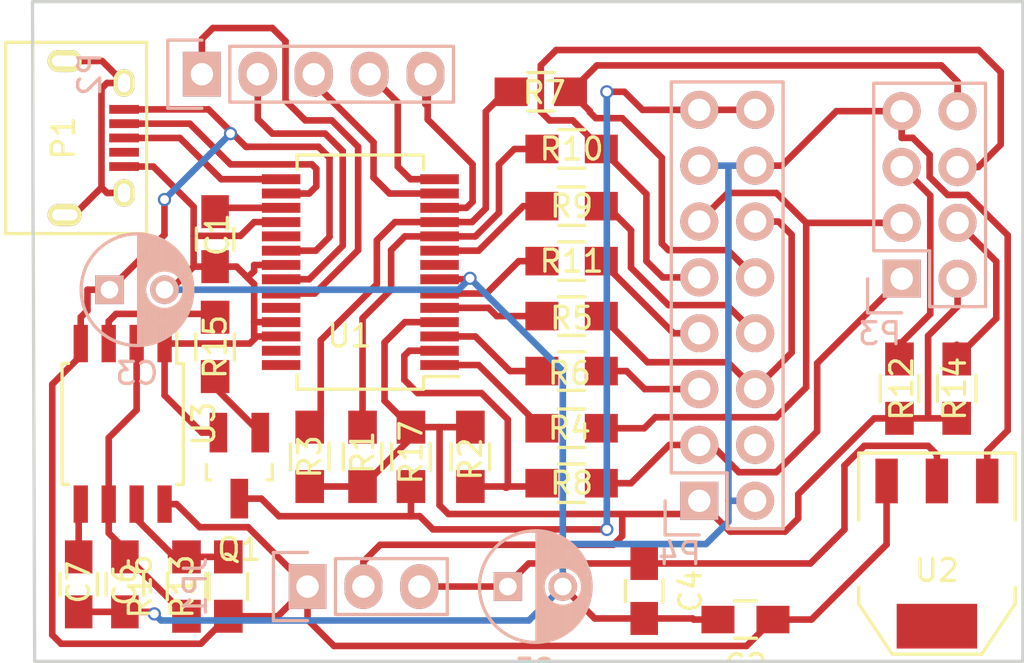
<source format=kicad_pcb>
(kicad_pcb (version 20171130) (host pcbnew "(5.1.12)-1")

  (general
    (thickness 1.6)
    (drawings 6)
    (tracks 400)
    (zones 0)
    (modules 33)
    (nets 38)
  )

  (page A4)
  (layers
    (0 F.Cu signal)
    (31 B.Cu signal)
    (32 B.Adhes user hide)
    (33 F.Adhes user hide)
    (34 B.Paste user hide)
    (35 F.Paste user hide)
    (36 B.SilkS user hide)
    (37 F.SilkS user hide)
    (38 B.Mask user hide)
    (39 F.Mask user hide)
    (40 Dwgs.User user hide)
    (41 Cmts.User user hide)
    (42 Eco1.User user hide)
    (43 Eco2.User user hide)
    (44 Edge.Cuts user)
    (45 Margin user hide)
    (46 B.CrtYd user hide)
    (47 F.CrtYd user hide)
    (48 B.Fab user hide)
    (49 F.Fab user hide)
  )

  (setup
    (last_trace_width 0.3)
    (trace_clearance 0.2)
    (zone_clearance 0.508)
    (zone_45_only no)
    (trace_min 0.2)
    (via_size 0.6)
    (via_drill 0.4)
    (via_min_size 0.4)
    (via_min_drill 0.3)
    (uvia_size 0.3)
    (uvia_drill 0.1)
    (uvias_allowed no)
    (uvia_min_size 0.2)
    (uvia_min_drill 0.1)
    (edge_width 0.15)
    (segment_width 0.2)
    (pcb_text_width 0.3)
    (pcb_text_size 1.5 1.5)
    (mod_edge_width 0.15)
    (mod_text_size 1 1)
    (mod_text_width 0.15)
    (pad_size 1.524 1.524)
    (pad_drill 0.762)
    (pad_to_mask_clearance 0.2)
    (aux_axis_origin 0 0)
    (visible_elements 7FFFFFFF)
    (pcbplotparams
      (layerselection 0x00000_00000001)
      (usegerberextensions false)
      (usegerberattributes true)
      (usegerberadvancedattributes true)
      (creategerberjobfile true)
      (excludeedgelayer false)
      (linewidth 0.300000)
      (plotframeref false)
      (viasonmask true)
      (mode 1)
      (useauxorigin false)
      (hpglpennumber 1)
      (hpglpenspeed 20)
      (hpglpendiameter 15.000000)
      (psnegative false)
      (psa4output false)
      (plotreference false)
      (plotvalue false)
      (plotinvisibletext false)
      (padsonsilk false)
      (subtractmaskfromsilk false)
      (outputformat 4)
      (mirror true)
      (drillshape 1)
      (scaleselection 1)
      (outputdirectory ""))
  )

  (net 0 "")
  (net 1 "Net-(C1-Pad1)")
  (net 2 GND)
  (net 3 +5V)
  (net 4 +3V3)
  (net 5 "Net-(C6-Pad1)")
  (net 6 "Net-(C7-Pad1)")
  (net 7 VCC_IO)
  (net 8 "Net-(P1-Pad3)")
  (net 9 "Net-(P1-Pad6)")
  (net 10 AUD_DATA2)
  (net 11 AUD_CK)
  (net 12 AUD_SYNC)
  (net 13 AUD_DATA3)
  (net 14 "Net-(P3-Pad4)")
  (net 15 CBUS1)
  (net 16 CBUS2)
  (net 17 CBUS3)
  (net 18 CBUS4)
  (net 19 CBUS5)
  (net 20 "Net-(Q1-Pad1)")
  (net 21 WDT)
  (net 22 AUD_DATA1)
  (net 23 AUD_RST)
  (net 24 AUD_DATA0)
  (net 25 "Net-(P1-Pad2)")
  (net 26 "Net-(P3-Pad5)")
  (net 27 "Net-(R1-Pad2)")
  (net 28 "Net-(R2-Pad2)")
  (net 29 "Net-(R11-Pad2)")
  (net 30 "Net-(R5-Pad2)")
  (net 31 "Net-(R6-Pad2)")
  (net 32 "Net-(R9-Pad2)")
  (net 33 "Net-(R13-Pad2)")
  (net 34 "Net-(R15-Pad2)")
  (net 35 "Net-(R4-Pad2)")
  (net 36 "Net-(R3-Pad2)")
  (net 37 BOOT_TX)

  (net_class Default "Это класс цепей по умолчанию."
    (clearance 0.2)
    (trace_width 0.3)
    (via_dia 0.6)
    (via_drill 0.4)
    (uvia_dia 0.3)
    (uvia_drill 0.1)
    (add_net +3V3)
    (add_net +5V)
    (add_net AUD_CK)
    (add_net AUD_DATA0)
    (add_net AUD_DATA1)
    (add_net AUD_DATA2)
    (add_net AUD_DATA3)
    (add_net AUD_RST)
    (add_net AUD_SYNC)
    (add_net BOOT_TX)
    (add_net CBUS1)
    (add_net CBUS2)
    (add_net CBUS3)
    (add_net CBUS4)
    (add_net CBUS5)
    (add_net GND)
    (add_net "Net-(C1-Pad1)")
    (add_net "Net-(C6-Pad1)")
    (add_net "Net-(C7-Pad1)")
    (add_net "Net-(P1-Pad2)")
    (add_net "Net-(P1-Pad3)")
    (add_net "Net-(P1-Pad6)")
    (add_net "Net-(P3-Pad4)")
    (add_net "Net-(P3-Pad5)")
    (add_net "Net-(Q1-Pad1)")
    (add_net "Net-(R1-Pad2)")
    (add_net "Net-(R11-Pad2)")
    (add_net "Net-(R13-Pad2)")
    (add_net "Net-(R15-Pad2)")
    (add_net "Net-(R2-Pad2)")
    (add_net "Net-(R3-Pad2)")
    (add_net "Net-(R4-Pad2)")
    (add_net "Net-(R5-Pad2)")
    (add_net "Net-(R6-Pad2)")
    (add_net "Net-(R9-Pad2)")
    (add_net VCC_IO)
    (add_net WDT)
  )

  (module Pin_Headers:Pin_Header_Straight_2x08 (layer B.Cu) (tedit 57BC5668) (tstamp 57B9F7F2)
    (at 165 47.7)
    (descr "Through hole pin header")
    (tags "pin header")
    (path /56DCE10F)
    (fp_text reference P4 (at -0.9 2.4) (layer B.SilkS)
      (effects (font (size 1 1) (thickness 0.15)) (justify mirror))
    )
    (fp_text value CONN_02X08 (at 0 3.1) (layer B.Fab)
      (effects (font (size 1 1) (thickness 0.15)) (justify mirror))
    )
    (fp_line (start -1.75 1.75) (end -1.75 -19.55) (layer B.CrtYd) (width 0.05))
    (fp_line (start 4.3 1.75) (end 4.3 -19.55) (layer B.CrtYd) (width 0.05))
    (fp_line (start -1.75 1.75) (end 4.3 1.75) (layer B.CrtYd) (width 0.05))
    (fp_line (start -1.75 -19.55) (end 4.3 -19.55) (layer B.CrtYd) (width 0.05))
    (fp_line (start 3.81 -19.05) (end 3.81 1.27) (layer B.SilkS) (width 0.15))
    (fp_line (start -1.27 -1.27) (end -1.27 -19.05) (layer B.SilkS) (width 0.15))
    (fp_line (start 3.81 -19.05) (end -1.27 -19.05) (layer B.SilkS) (width 0.15))
    (fp_line (start 3.81 1.27) (end 1.27 1.27) (layer B.SilkS) (width 0.15))
    (fp_line (start 0 1.55) (end -1.55 1.55) (layer B.SilkS) (width 0.15))
    (fp_line (start 1.27 1.27) (end 1.27 -1.27) (layer B.SilkS) (width 0.15))
    (fp_line (start 1.27 -1.27) (end -1.27 -1.27) (layer B.SilkS) (width 0.15))
    (fp_line (start -1.55 1.55) (end -1.55 0) (layer B.SilkS) (width 0.15))
    (pad 1 thru_hole rect (at 0 0) (size 1.7272 1.7272) (drill 1.016) (layers *.Cu *.Mask B.SilkS)
      (net 7 VCC_IO))
    (pad 2 thru_hole oval (at 2.54 0) (size 1.7272 1.7272) (drill 1.016) (layers *.Cu *.Mask B.SilkS)
      (net 2 GND))
    (pad 3 thru_hole oval (at 0 -2.54) (size 1.7272 1.7272) (drill 1.016) (layers *.Cu *.Mask B.SilkS)
      (net 23 AUD_RST))
    (pad 4 thru_hole oval (at 2.54 -2.54) (size 1.7272 1.7272) (drill 1.016) (layers *.Cu *.Mask B.SilkS))
    (pad 5 thru_hole oval (at 0 -5.08) (size 1.7272 1.7272) (drill 1.016) (layers *.Cu *.Mask B.SilkS)
      (net 24 AUD_DATA0))
    (pad 6 thru_hole oval (at 2.54 -5.08) (size 1.7272 1.7272) (drill 1.016) (layers *.Cu *.Mask B.SilkS)
      (net 22 AUD_DATA1))
    (pad 7 thru_hole oval (at 0 -7.62) (size 1.7272 1.7272) (drill 1.016) (layers *.Cu *.Mask B.SilkS)
      (net 10 AUD_DATA2))
    (pad 8 thru_hole oval (at 2.54 -7.62) (size 1.7272 1.7272) (drill 1.016) (layers *.Cu *.Mask B.SilkS)
      (net 13 AUD_DATA3))
    (pad 9 thru_hole oval (at 0 -10.16) (size 1.7272 1.7272) (drill 1.016) (layers *.Cu *.Mask B.SilkS)
      (net 11 AUD_CK))
    (pad 10 thru_hole oval (at 2.54 -10.16) (size 1.7272 1.7272) (drill 1.016) (layers *.Cu *.Mask B.SilkS)
      (net 12 AUD_SYNC))
    (pad 11 thru_hole oval (at 0 -12.7) (size 1.7272 1.7272) (drill 1.016) (layers *.Cu *.Mask B.SilkS)
      (net 37 BOOT_TX))
    (pad 12 thru_hole oval (at 2.54 -12.7) (size 1.7272 1.7272) (drill 1.016) (layers *.Cu *.Mask B.SilkS)
      (net 22 AUD_DATA1))
    (pad 13 thru_hole oval (at 0 -15.24) (size 1.7272 1.7272) (drill 1.016) (layers *.Cu *.Mask B.SilkS)
      (net 2 GND))
    (pad 14 thru_hole oval (at 2.54 -15.24) (size 1.7272 1.7272) (drill 1.016) (layers *.Cu *.Mask B.SilkS)
      (net 2 GND))
    (pad 15 thru_hole oval (at 0 -17.78) (size 1.7272 1.7272) (drill 1.016) (layers *.Cu *.Mask B.SilkS)
      (net 21 WDT))
    (pad 16 thru_hole oval (at 2.54 -17.78) (size 1.7272 1.7272) (drill 1.016) (layers *.Cu *.Mask B.SilkS)
      (net 21 WDT))
    (model Pin_Headers.3dshapes/Pin_Header_Straight_2x08.wrl
      (offset (xyz 1.269999980926514 -8.889999866485596 0))
      (scale (xyz 1 1 1))
      (rotate (xyz 0 0 90))
    )
  )

  (module Housings_SOIC:SOIJ-8_5.3x5.3mm_Pitch1.27mm (layer F.Cu) (tedit 54130A77) (tstamp 57B09BD3)
    (at 138.8 44.2 270)
    (descr "8-Lead Plastic Small Outline (SM) - Medium, 5.28 mm Body [SOIC] (see Microchip Packaging Specification 00000049BS.pdf)")
    (tags "SOIC 1.27")
    (path /56DCE25E)
    (attr smd)
    (fp_text reference U3 (at 0 -3.68 270) (layer F.SilkS)
      (effects (font (size 1 1) (thickness 0.15)))
    )
    (fp_text value LM555N (at 0 3.68 270) (layer F.Fab)
      (effects (font (size 1 1) (thickness 0.15)))
    )
    (fp_line (start -4.75 -2.95) (end -4.75 2.95) (layer F.CrtYd) (width 0.05))
    (fp_line (start 4.75 -2.95) (end 4.75 2.95) (layer F.CrtYd) (width 0.05))
    (fp_line (start -4.75 -2.95) (end 4.75 -2.95) (layer F.CrtYd) (width 0.05))
    (fp_line (start -4.75 2.95) (end 4.75 2.95) (layer F.CrtYd) (width 0.05))
    (fp_line (start -2.75 -2.755) (end -2.75 -2.455) (layer F.SilkS) (width 0.15))
    (fp_line (start 2.75 -2.755) (end 2.75 -2.455) (layer F.SilkS) (width 0.15))
    (fp_line (start 2.75 2.755) (end 2.75 2.455) (layer F.SilkS) (width 0.15))
    (fp_line (start -2.75 2.755) (end -2.75 2.455) (layer F.SilkS) (width 0.15))
    (fp_line (start -2.75 -2.755) (end 2.75 -2.755) (layer F.SilkS) (width 0.15))
    (fp_line (start -2.75 2.755) (end 2.75 2.755) (layer F.SilkS) (width 0.15))
    (fp_line (start -2.75 -2.455) (end -4.5 -2.455) (layer F.SilkS) (width 0.15))
    (pad 1 smd rect (at -3.65 -1.905 270) (size 1.7 0.65) (layers F.Cu F.Paste F.Mask)
      (net 2 GND))
    (pad 2 smd rect (at -3.65 -0.635 270) (size 1.7 0.65) (layers F.Cu F.Paste F.Mask)
      (net 5 "Net-(C6-Pad1)"))
    (pad 3 smd rect (at -3.65 0.635 270) (size 1.7 0.65) (layers F.Cu F.Paste F.Mask)
      (net 34 "Net-(R15-Pad2)"))
    (pad 4 smd rect (at -3.65 1.905 270) (size 1.7 0.65) (layers F.Cu F.Paste F.Mask)
      (net 3 +5V))
    (pad 5 smd rect (at 3.65 1.905 270) (size 1.7 0.65) (layers F.Cu F.Paste F.Mask)
      (net 6 "Net-(C7-Pad1)"))
    (pad 6 smd rect (at 3.65 0.635 270) (size 1.7 0.65) (layers F.Cu F.Paste F.Mask)
      (net 5 "Net-(C6-Pad1)"))
    (pad 7 smd rect (at 3.65 -0.635 270) (size 1.7 0.65) (layers F.Cu F.Paste F.Mask)
      (net 33 "Net-(R13-Pad2)"))
    (pad 8 smd rect (at 3.65 -1.905 270) (size 1.7 0.65) (layers F.Cu F.Paste F.Mask)
      (net 3 +5V))
    (model Housings_SOIC.3dshapes/SOIJ-8_5.3x5.3mm_Pitch1.27mm.wrl
      (at (xyz 0 0 0))
      (scale (xyz 1 1 1))
      (rotate (xyz 0 0 0))
    )
  )

  (module Capacitors_SMD:C_0805_HandSoldering (layer F.Cu) (tedit 57BDE87F) (tstamp 57B9B465)
    (at 143 35.8 270)
    (descr "Capacitor SMD 0805, hand soldering")
    (tags "capacitor 0805")
    (path /57B9A4A7)
    (attr smd)
    (fp_text reference C1 (at -0.2 -0.1 270) (layer F.SilkS)
      (effects (font (size 1 1) (thickness 0.15)))
    )
    (fp_text value 100n (at 0 2.1 270) (layer F.Fab)
      (effects (font (size 1 1) (thickness 0.15)))
    )
    (fp_line (start -2.3 -1) (end 2.3 -1) (layer F.CrtYd) (width 0.05))
    (fp_line (start -2.3 1) (end 2.3 1) (layer F.CrtYd) (width 0.05))
    (fp_line (start -2.3 -1) (end -2.3 1) (layer F.CrtYd) (width 0.05))
    (fp_line (start 2.3 -1) (end 2.3 1) (layer F.CrtYd) (width 0.05))
    (fp_line (start 0.5 -0.85) (end -0.5 -0.85) (layer F.SilkS) (width 0.15))
    (fp_line (start -0.5 0.85) (end 0.5 0.85) (layer F.SilkS) (width 0.15))
    (pad 1 smd rect (at -1.25 0 270) (size 1.5 1.25) (layers F.Cu F.Paste F.Mask)
      (net 1 "Net-(C1-Pad1)"))
    (pad 2 smd rect (at 1.25 0 270) (size 1.5 1.25) (layers F.Cu F.Paste F.Mask)
      (net 2 GND))
    (model Capacitors_SMD.3dshapes/C_0805_HandSoldering.wrl
      (at (xyz 0 0 0))
      (scale (xyz 1 1 1))
      (rotate (xyz 0 0 0))
    )
  )

  (module Capacitors_SMD:C_0805_HandSoldering (layer F.Cu) (tedit 541A9B8D) (tstamp 57B9B46B)
    (at 167.1 53.1 180)
    (descr "Capacitor SMD 0805, hand soldering")
    (tags "capacitor 0805")
    (path /57B9BAE1)
    (attr smd)
    (fp_text reference C2 (at 0 -2.1 180) (layer F.SilkS)
      (effects (font (size 1 1) (thickness 0.15)))
    )
    (fp_text value 0,1u (at 0 2.1 180) (layer F.Fab)
      (effects (font (size 1 1) (thickness 0.15)))
    )
    (fp_line (start -2.3 -1) (end 2.3 -1) (layer F.CrtYd) (width 0.05))
    (fp_line (start -2.3 1) (end 2.3 1) (layer F.CrtYd) (width 0.05))
    (fp_line (start -2.3 -1) (end -2.3 1) (layer F.CrtYd) (width 0.05))
    (fp_line (start 2.3 -1) (end 2.3 1) (layer F.CrtYd) (width 0.05))
    (fp_line (start 0.5 -0.85) (end -0.5 -0.85) (layer F.SilkS) (width 0.15))
    (fp_line (start -0.5 0.85) (end 0.5 0.85) (layer F.SilkS) (width 0.15))
    (pad 1 smd rect (at -1.25 0 180) (size 1.5 1.25) (layers F.Cu F.Paste F.Mask)
      (net 3 +5V))
    (pad 2 smd rect (at 1.25 0 180) (size 1.5 1.25) (layers F.Cu F.Paste F.Mask)
      (net 2 GND))
    (model Capacitors_SMD.3dshapes/C_0805_HandSoldering.wrl
      (at (xyz 0 0 0))
      (scale (xyz 1 1 1))
      (rotate (xyz 0 0 0))
    )
  )

  (module Capacitors_ThroughHole:C_Radial_D5_L11_P2.5 (layer B.Cu) (tedit 0) (tstamp 57B9B471)
    (at 138.2 38.1)
    (descr "Radial Electrolytic Capacitor Diameter 5mm x Length 11mm, Pitch 2.5mm")
    (tags "Electrolytic Capacitor")
    (path /57B9BA88)
    (fp_text reference C3 (at 1.25 3.8) (layer B.SilkS)
      (effects (font (size 1 1) (thickness 0.15)) (justify mirror))
    )
    (fp_text value 470u (at 1.25 -3.8) (layer B.Fab)
      (effects (font (size 1 1) (thickness 0.15)) (justify mirror))
    )
    (fp_line (start 1.325 2.499) (end 1.325 -2.499) (layer B.SilkS) (width 0.15))
    (fp_line (start 1.465 2.491) (end 1.465 -2.491) (layer B.SilkS) (width 0.15))
    (fp_line (start 1.605 2.475) (end 1.605 0.095) (layer B.SilkS) (width 0.15))
    (fp_line (start 1.605 -0.095) (end 1.605 -2.475) (layer B.SilkS) (width 0.15))
    (fp_line (start 1.745 2.451) (end 1.745 0.49) (layer B.SilkS) (width 0.15))
    (fp_line (start 1.745 -0.49) (end 1.745 -2.451) (layer B.SilkS) (width 0.15))
    (fp_line (start 1.885 2.418) (end 1.885 0.657) (layer B.SilkS) (width 0.15))
    (fp_line (start 1.885 -0.657) (end 1.885 -2.418) (layer B.SilkS) (width 0.15))
    (fp_line (start 2.025 2.377) (end 2.025 0.764) (layer B.SilkS) (width 0.15))
    (fp_line (start 2.025 -0.764) (end 2.025 -2.377) (layer B.SilkS) (width 0.15))
    (fp_line (start 2.165 2.327) (end 2.165 0.835) (layer B.SilkS) (width 0.15))
    (fp_line (start 2.165 -0.835) (end 2.165 -2.327) (layer B.SilkS) (width 0.15))
    (fp_line (start 2.305 2.266) (end 2.305 0.879) (layer B.SilkS) (width 0.15))
    (fp_line (start 2.305 -0.879) (end 2.305 -2.266) (layer B.SilkS) (width 0.15))
    (fp_line (start 2.445 2.196) (end 2.445 0.898) (layer B.SilkS) (width 0.15))
    (fp_line (start 2.445 -0.898) (end 2.445 -2.196) (layer B.SilkS) (width 0.15))
    (fp_line (start 2.585 2.114) (end 2.585 0.896) (layer B.SilkS) (width 0.15))
    (fp_line (start 2.585 -0.896) (end 2.585 -2.114) (layer B.SilkS) (width 0.15))
    (fp_line (start 2.725 2.019) (end 2.725 0.871) (layer B.SilkS) (width 0.15))
    (fp_line (start 2.725 -0.871) (end 2.725 -2.019) (layer B.SilkS) (width 0.15))
    (fp_line (start 2.865 1.908) (end 2.865 0.823) (layer B.SilkS) (width 0.15))
    (fp_line (start 2.865 -0.823) (end 2.865 -1.908) (layer B.SilkS) (width 0.15))
    (fp_line (start 3.005 1.78) (end 3.005 0.745) (layer B.SilkS) (width 0.15))
    (fp_line (start 3.005 -0.745) (end 3.005 -1.78) (layer B.SilkS) (width 0.15))
    (fp_line (start 3.145 1.631) (end 3.145 0.628) (layer B.SilkS) (width 0.15))
    (fp_line (start 3.145 -0.628) (end 3.145 -1.631) (layer B.SilkS) (width 0.15))
    (fp_line (start 3.285 1.452) (end 3.285 0.44) (layer B.SilkS) (width 0.15))
    (fp_line (start 3.285 -0.44) (end 3.285 -1.452) (layer B.SilkS) (width 0.15))
    (fp_line (start 3.425 1.233) (end 3.425 -1.233) (layer B.SilkS) (width 0.15))
    (fp_line (start 3.565 0.944) (end 3.565 -0.944) (layer B.SilkS) (width 0.15))
    (fp_line (start 3.705 0.472) (end 3.705 -0.472) (layer B.SilkS) (width 0.15))
    (fp_circle (center 2.5 0) (end 2.5 0.9) (layer B.SilkS) (width 0.15))
    (fp_circle (center 1.25 0) (end 1.25 2.5375) (layer B.SilkS) (width 0.15))
    (fp_circle (center 1.25 0) (end 1.25 2.8) (layer B.CrtYd) (width 0.05))
    (pad 1 thru_hole rect (at 0 0) (size 1.3 1.3) (drill 0.8) (layers *.Cu *.Mask B.SilkS)
      (net 3 +5V))
    (pad 2 thru_hole circle (at 2.5 0) (size 1.3 1.3) (drill 0.8) (layers *.Cu *.Mask B.SilkS)
      (net 2 GND))
    (model Capacitors_ThroughHole.3dshapes/C_Radial_D5_L11_P2.5.wrl
      (offset (xyz 1.25001018122673 0 0))
      (scale (xyz 1 1 1))
      (rotate (xyz 0 0 90))
    )
  )

  (module Capacitors_SMD:C_0805_HandSoldering (layer F.Cu) (tedit 541A9B8D) (tstamp 57B9B477)
    (at 162.5 51.8 270)
    (descr "Capacitor SMD 0805, hand soldering")
    (tags "capacitor 0805")
    (path /57B9BB08)
    (attr smd)
    (fp_text reference C4 (at 0 -2.1 270) (layer F.SilkS)
      (effects (font (size 1 1) (thickness 0.15)))
    )
    (fp_text value 0,1u (at 0 2.1 270) (layer F.Fab)
      (effects (font (size 1 1) (thickness 0.15)))
    )
    (fp_line (start -2.3 -1) (end 2.3 -1) (layer F.CrtYd) (width 0.05))
    (fp_line (start -2.3 1) (end 2.3 1) (layer F.CrtYd) (width 0.05))
    (fp_line (start -2.3 -1) (end -2.3 1) (layer F.CrtYd) (width 0.05))
    (fp_line (start 2.3 -1) (end 2.3 1) (layer F.CrtYd) (width 0.05))
    (fp_line (start 0.5 -0.85) (end -0.5 -0.85) (layer F.SilkS) (width 0.15))
    (fp_line (start -0.5 0.85) (end 0.5 0.85) (layer F.SilkS) (width 0.15))
    (pad 1 smd rect (at -1.25 0 270) (size 1.5 1.25) (layers F.Cu F.Paste F.Mask)
      (net 4 +3V3))
    (pad 2 smd rect (at 1.25 0 270) (size 1.5 1.25) (layers F.Cu F.Paste F.Mask)
      (net 2 GND))
    (model Capacitors_SMD.3dshapes/C_0805_HandSoldering.wrl
      (at (xyz 0 0 0))
      (scale (xyz 1 1 1))
      (rotate (xyz 0 0 0))
    )
  )

  (module Capacitors_ThroughHole:C_Radial_D5_L11_P2.5 (layer B.Cu) (tedit 0) (tstamp 57B9B47D)
    (at 156.3 51.6)
    (descr "Radial Electrolytic Capacitor Diameter 5mm x Length 11mm, Pitch 2.5mm")
    (tags "Electrolytic Capacitor")
    (path /57B9BB47)
    (fp_text reference C5 (at 1.25 3.8) (layer B.SilkS)
      (effects (font (size 1 1) (thickness 0.15)) (justify mirror))
    )
    (fp_text value 470u (at 1.25 -3.8) (layer B.Fab)
      (effects (font (size 1 1) (thickness 0.15)) (justify mirror))
    )
    (fp_line (start 1.325 2.499) (end 1.325 -2.499) (layer B.SilkS) (width 0.15))
    (fp_line (start 1.465 2.491) (end 1.465 -2.491) (layer B.SilkS) (width 0.15))
    (fp_line (start 1.605 2.475) (end 1.605 0.095) (layer B.SilkS) (width 0.15))
    (fp_line (start 1.605 -0.095) (end 1.605 -2.475) (layer B.SilkS) (width 0.15))
    (fp_line (start 1.745 2.451) (end 1.745 0.49) (layer B.SilkS) (width 0.15))
    (fp_line (start 1.745 -0.49) (end 1.745 -2.451) (layer B.SilkS) (width 0.15))
    (fp_line (start 1.885 2.418) (end 1.885 0.657) (layer B.SilkS) (width 0.15))
    (fp_line (start 1.885 -0.657) (end 1.885 -2.418) (layer B.SilkS) (width 0.15))
    (fp_line (start 2.025 2.377) (end 2.025 0.764) (layer B.SilkS) (width 0.15))
    (fp_line (start 2.025 -0.764) (end 2.025 -2.377) (layer B.SilkS) (width 0.15))
    (fp_line (start 2.165 2.327) (end 2.165 0.835) (layer B.SilkS) (width 0.15))
    (fp_line (start 2.165 -0.835) (end 2.165 -2.327) (layer B.SilkS) (width 0.15))
    (fp_line (start 2.305 2.266) (end 2.305 0.879) (layer B.SilkS) (width 0.15))
    (fp_line (start 2.305 -0.879) (end 2.305 -2.266) (layer B.SilkS) (width 0.15))
    (fp_line (start 2.445 2.196) (end 2.445 0.898) (layer B.SilkS) (width 0.15))
    (fp_line (start 2.445 -0.898) (end 2.445 -2.196) (layer B.SilkS) (width 0.15))
    (fp_line (start 2.585 2.114) (end 2.585 0.896) (layer B.SilkS) (width 0.15))
    (fp_line (start 2.585 -0.896) (end 2.585 -2.114) (layer B.SilkS) (width 0.15))
    (fp_line (start 2.725 2.019) (end 2.725 0.871) (layer B.SilkS) (width 0.15))
    (fp_line (start 2.725 -0.871) (end 2.725 -2.019) (layer B.SilkS) (width 0.15))
    (fp_line (start 2.865 1.908) (end 2.865 0.823) (layer B.SilkS) (width 0.15))
    (fp_line (start 2.865 -0.823) (end 2.865 -1.908) (layer B.SilkS) (width 0.15))
    (fp_line (start 3.005 1.78) (end 3.005 0.745) (layer B.SilkS) (width 0.15))
    (fp_line (start 3.005 -0.745) (end 3.005 -1.78) (layer B.SilkS) (width 0.15))
    (fp_line (start 3.145 1.631) (end 3.145 0.628) (layer B.SilkS) (width 0.15))
    (fp_line (start 3.145 -0.628) (end 3.145 -1.631) (layer B.SilkS) (width 0.15))
    (fp_line (start 3.285 1.452) (end 3.285 0.44) (layer B.SilkS) (width 0.15))
    (fp_line (start 3.285 -0.44) (end 3.285 -1.452) (layer B.SilkS) (width 0.15))
    (fp_line (start 3.425 1.233) (end 3.425 -1.233) (layer B.SilkS) (width 0.15))
    (fp_line (start 3.565 0.944) (end 3.565 -0.944) (layer B.SilkS) (width 0.15))
    (fp_line (start 3.705 0.472) (end 3.705 -0.472) (layer B.SilkS) (width 0.15))
    (fp_circle (center 2.5 0) (end 2.5 0.9) (layer B.SilkS) (width 0.15))
    (fp_circle (center 1.25 0) (end 1.25 2.5375) (layer B.SilkS) (width 0.15))
    (fp_circle (center 1.25 0) (end 1.25 2.8) (layer B.CrtYd) (width 0.05))
    (pad 1 thru_hole rect (at 0 0) (size 1.3 1.3) (drill 0.8) (layers *.Cu *.Mask B.SilkS)
      (net 4 +3V3))
    (pad 2 thru_hole circle (at 2.5 0) (size 1.3 1.3) (drill 0.8) (layers *.Cu *.Mask B.SilkS)
      (net 2 GND))
    (model Capacitors_ThroughHole.3dshapes/C_Radial_D5_L11_P2.5.wrl
      (offset (xyz 1.25001018122673 0 0))
      (scale (xyz 1 1 1))
      (rotate (xyz 0 0 90))
    )
  )

  (module Capacitors_SMD:C_0805_HandSoldering (layer F.Cu) (tedit 57BF0277) (tstamp 57B9B483)
    (at 138.9 51.5 270)
    (descr "Capacitor SMD 0805, hand soldering")
    (tags "capacitor 0805")
    (path /57B9D5D9)
    (attr smd)
    (fp_text reference C6 (at 0 0 270) (layer F.SilkS)
      (effects (font (size 1 1) (thickness 0.15)))
    )
    (fp_text value 100n (at 0 2.1 270) (layer F.Fab)
      (effects (font (size 1 1) (thickness 0.15)))
    )
    (fp_line (start -2.3 -1) (end 2.3 -1) (layer F.CrtYd) (width 0.05))
    (fp_line (start -2.3 1) (end 2.3 1) (layer F.CrtYd) (width 0.05))
    (fp_line (start -2.3 -1) (end -2.3 1) (layer F.CrtYd) (width 0.05))
    (fp_line (start 2.3 -1) (end 2.3 1) (layer F.CrtYd) (width 0.05))
    (fp_line (start 0.5 -0.85) (end -0.5 -0.85) (layer F.SilkS) (width 0.15))
    (fp_line (start -0.5 0.85) (end 0.5 0.85) (layer F.SilkS) (width 0.15))
    (pad 1 smd rect (at -1.25 0 270) (size 1.5 1.25) (layers F.Cu F.Paste F.Mask)
      (net 5 "Net-(C6-Pad1)"))
    (pad 2 smd rect (at 1.25 0 270) (size 1.5 1.25) (layers F.Cu F.Paste F.Mask)
      (net 2 GND))
    (model Capacitors_SMD.3dshapes/C_0805_HandSoldering.wrl
      (at (xyz 0 0 0))
      (scale (xyz 1 1 1))
      (rotate (xyz 0 0 0))
    )
  )

  (module Capacitors_SMD:C_0805_HandSoldering (layer F.Cu) (tedit 57BF0274) (tstamp 57B9B489)
    (at 136.8 51.5 270)
    (descr "Capacitor SMD 0805, hand soldering")
    (tags "capacitor 0805")
    (path /57B9D64D)
    (attr smd)
    (fp_text reference C7 (at -0.1 0 270) (layer F.SilkS)
      (effects (font (size 1 1) (thickness 0.15)))
    )
    (fp_text value 10n (at 0 2.1 270) (layer F.Fab)
      (effects (font (size 1 1) (thickness 0.15)))
    )
    (fp_line (start -2.3 -1) (end 2.3 -1) (layer F.CrtYd) (width 0.05))
    (fp_line (start -2.3 1) (end 2.3 1) (layer F.CrtYd) (width 0.05))
    (fp_line (start -2.3 -1) (end -2.3 1) (layer F.CrtYd) (width 0.05))
    (fp_line (start 2.3 -1) (end 2.3 1) (layer F.CrtYd) (width 0.05))
    (fp_line (start 0.5 -0.85) (end -0.5 -0.85) (layer F.SilkS) (width 0.15))
    (fp_line (start -0.5 0.85) (end 0.5 0.85) (layer F.SilkS) (width 0.15))
    (pad 1 smd rect (at -1.25 0 270) (size 1.5 1.25) (layers F.Cu F.Paste F.Mask)
      (net 6 "Net-(C7-Pad1)"))
    (pad 2 smd rect (at 1.25 0 270) (size 1.5 1.25) (layers F.Cu F.Paste F.Mask)
      (net 2 GND))
    (model Capacitors_SMD.3dshapes/C_0805_HandSoldering.wrl
      (at (xyz 0 0 0))
      (scale (xyz 1 1 1))
      (rotate (xyz 0 0 0))
    )
  )

  (module Pin_Headers:Pin_Header_Straight_1x03 (layer B.Cu) (tedit 0) (tstamp 57B9B490)
    (at 147.2 51.6 270)
    (descr "Through hole pin header")
    (tags "pin header")
    (path /57B9C69B)
    (fp_text reference JP1 (at 0 5.1 270) (layer B.SilkS)
      (effects (font (size 1 1) (thickness 0.15)) (justify mirror))
    )
    (fp_text value Vcc_IO_SW (at 0 3.1 270) (layer B.Fab)
      (effects (font (size 1 1) (thickness 0.15)) (justify mirror))
    )
    (fp_line (start -1.75 1.75) (end -1.75 -6.85) (layer B.CrtYd) (width 0.05))
    (fp_line (start 1.75 1.75) (end 1.75 -6.85) (layer B.CrtYd) (width 0.05))
    (fp_line (start -1.75 1.75) (end 1.75 1.75) (layer B.CrtYd) (width 0.05))
    (fp_line (start -1.75 -6.85) (end 1.75 -6.85) (layer B.CrtYd) (width 0.05))
    (fp_line (start -1.27 -1.27) (end -1.27 -6.35) (layer B.SilkS) (width 0.15))
    (fp_line (start -1.27 -6.35) (end 1.27 -6.35) (layer B.SilkS) (width 0.15))
    (fp_line (start 1.27 -6.35) (end 1.27 -1.27) (layer B.SilkS) (width 0.15))
    (fp_line (start 1.55 1.55) (end 1.55 0) (layer B.SilkS) (width 0.15))
    (fp_line (start 1.27 -1.27) (end -1.27 -1.27) (layer B.SilkS) (width 0.15))
    (fp_line (start -1.55 0) (end -1.55 1.55) (layer B.SilkS) (width 0.15))
    (fp_line (start -1.55 1.55) (end 1.55 1.55) (layer B.SilkS) (width 0.15))
    (pad 1 thru_hole rect (at 0 0 270) (size 2.032 1.7272) (drill 1.016) (layers *.Cu *.Mask B.SilkS)
      (net 3 +5V))
    (pad 2 thru_hole oval (at 0 -2.54 270) (size 2.032 1.7272) (drill 1.016) (layers *.Cu *.Mask B.SilkS)
      (net 7 VCC_IO))
    (pad 3 thru_hole oval (at 0 -5.08 270) (size 2.032 1.7272) (drill 1.016) (layers *.Cu *.Mask B.SilkS)
      (net 4 +3V3))
    (model Pin_Headers.3dshapes/Pin_Header_Straight_1x03.wrl
      (offset (xyz 0 -2.539999961853027 0))
      (scale (xyz 1 1 1))
      (rotate (xyz 0 0 90))
    )
  )

  (module TO_SOT_Packages_SMD:SOT-23_Handsoldering (layer F.Cu) (tedit 54E9291B) (tstamp 57B9B4AD)
    (at 144.1 46.1 180)
    (descr "SOT-23, Handsoldering")
    (tags SOT-23)
    (path /57B9DC7C)
    (attr smd)
    (fp_text reference Q1 (at 0 -3.81 180) (layer F.SilkS)
      (effects (font (size 1 1) (thickness 0.15)))
    )
    (fp_text value BC817 (at 0 3.81 180) (layer F.Fab)
      (effects (font (size 1 1) (thickness 0.15)))
    )
    (fp_line (start -1.49982 0.0508) (end -1.49982 -0.65024) (layer F.SilkS) (width 0.15))
    (fp_line (start -1.49982 -0.65024) (end -1.2509 -0.65024) (layer F.SilkS) (width 0.15))
    (fp_line (start 1.29916 -0.65024) (end 1.49982 -0.65024) (layer F.SilkS) (width 0.15))
    (fp_line (start 1.49982 -0.65024) (end 1.49982 0.0508) (layer F.SilkS) (width 0.15))
    (pad 1 smd rect (at -0.95 1.50114 180) (size 0.8001 1.80086) (layers F.Cu F.Paste F.Mask)
      (net 20 "Net-(Q1-Pad1)"))
    (pad 2 smd rect (at 0.95 1.50114 180) (size 0.8001 1.80086) (layers F.Cu F.Paste F.Mask)
      (net 2 GND))
    (pad 3 smd rect (at 0 -1.50114 180) (size 0.8001 1.80086) (layers F.Cu F.Paste F.Mask)
      (net 21 WDT))
    (model TO_SOT_Packages_SMD.3dshapes/SOT-23_Handsoldering.wrl
      (at (xyz 0 0 0))
      (scale (xyz 1 1 1))
      (rotate (xyz 0 0 0))
    )
  )

  (module Resistors_SMD:R_0805_HandSoldering (layer F.Cu) (tedit 57BDDD38) (tstamp 57B9B4B3)
    (at 149.7 45.7 90)
    (descr "Resistor SMD 0805, hand soldering")
    (tags "resistor 0805")
    (path /57BA14DF)
    (attr smd)
    (fp_text reference R1 (at 0.2 0 90) (layer F.SilkS)
      (effects (font (size 1 1) (thickness 0.15)))
    )
    (fp_text value 5,6k (at 0 2.1 90) (layer F.Fab)
      (effects (font (size 1 1) (thickness 0.15)))
    )
    (fp_line (start -2.4 -1) (end 2.4 -1) (layer F.CrtYd) (width 0.05))
    (fp_line (start -2.4 1) (end 2.4 1) (layer F.CrtYd) (width 0.05))
    (fp_line (start -2.4 -1) (end -2.4 1) (layer F.CrtYd) (width 0.05))
    (fp_line (start 2.4 -1) (end 2.4 1) (layer F.CrtYd) (width 0.05))
    (fp_line (start 0.6 0.875) (end -0.6 0.875) (layer F.SilkS) (width 0.15))
    (fp_line (start -0.6 -0.875) (end 0.6 -0.875) (layer F.SilkS) (width 0.15))
    (pad 1 smd rect (at -1.35 0 90) (size 1.5 1.3) (layers F.Cu F.Paste F.Mask)
      (net 7 VCC_IO))
    (pad 2 smd rect (at 1.35 0 90) (size 1.5 1.3) (layers F.Cu F.Paste F.Mask)
      (net 27 "Net-(R1-Pad2)"))
    (model Resistors_SMD.3dshapes/R_0805_HandSoldering.wrl
      (at (xyz 0 0 0))
      (scale (xyz 1 1 1))
      (rotate (xyz 0 0 0))
    )
  )

  (module Resistors_SMD:R_0805_HandSoldering (layer F.Cu) (tedit 57BDDD34) (tstamp 57B9B4B9)
    (at 154.6 45.7 270)
    (descr "Resistor SMD 0805, hand soldering")
    (tags "resistor 0805")
    (path /57BA1542)
    (attr smd)
    (fp_text reference R2 (at 0.1 0 270) (layer F.SilkS)
      (effects (font (size 1 1) (thickness 0.15)))
    )
    (fp_text value 5,6k (at 0 2.1 270) (layer F.Fab)
      (effects (font (size 1 1) (thickness 0.15)))
    )
    (fp_line (start -2.4 -1) (end 2.4 -1) (layer F.CrtYd) (width 0.05))
    (fp_line (start -2.4 1) (end 2.4 1) (layer F.CrtYd) (width 0.05))
    (fp_line (start -2.4 -1) (end -2.4 1) (layer F.CrtYd) (width 0.05))
    (fp_line (start 2.4 -1) (end 2.4 1) (layer F.CrtYd) (width 0.05))
    (fp_line (start 0.6 0.875) (end -0.6 0.875) (layer F.SilkS) (width 0.15))
    (fp_line (start -0.6 -0.875) (end 0.6 -0.875) (layer F.SilkS) (width 0.15))
    (pad 1 smd rect (at -1.35 0 270) (size 1.5 1.3) (layers F.Cu F.Paste F.Mask)
      (net 7 VCC_IO))
    (pad 2 smd rect (at 1.35 0 270) (size 1.5 1.3) (layers F.Cu F.Paste F.Mask)
      (net 28 "Net-(R2-Pad2)"))
    (model Resistors_SMD.3dshapes/R_0805_HandSoldering.wrl
      (at (xyz 0 0 0))
      (scale (xyz 1 1 1))
      (rotate (xyz 0 0 0))
    )
  )

  (module Resistors_SMD:R_0805_HandSoldering (layer F.Cu) (tedit 57BDDD3B) (tstamp 57B9B4BF)
    (at 147.3 45.7 90)
    (descr "Resistor SMD 0805, hand soldering")
    (tags "resistor 0805")
    (path /57BA3976)
    (attr smd)
    (fp_text reference R3 (at 0 0 90) (layer F.SilkS)
      (effects (font (size 1 1) (thickness 0.15)))
    )
    (fp_text value 5,6k (at 0 2.1 90) (layer F.Fab)
      (effects (font (size 1 1) (thickness 0.15)))
    )
    (fp_line (start -2.4 -1) (end 2.4 -1) (layer F.CrtYd) (width 0.05))
    (fp_line (start -2.4 1) (end 2.4 1) (layer F.CrtYd) (width 0.05))
    (fp_line (start -2.4 -1) (end -2.4 1) (layer F.CrtYd) (width 0.05))
    (fp_line (start 2.4 -1) (end 2.4 1) (layer F.CrtYd) (width 0.05))
    (fp_line (start 0.6 0.875) (end -0.6 0.875) (layer F.SilkS) (width 0.15))
    (fp_line (start -0.6 -0.875) (end 0.6 -0.875) (layer F.SilkS) (width 0.15))
    (pad 1 smd rect (at -1.35 0 90) (size 1.5 1.3) (layers F.Cu F.Paste F.Mask)
      (net 7 VCC_IO))
    (pad 2 smd rect (at 1.35 0 90) (size 1.5 1.3) (layers F.Cu F.Paste F.Mask)
      (net 36 "Net-(R3-Pad2)"))
    (model Resistors_SMD.3dshapes/R_0805_HandSoldering.wrl
      (at (xyz 0 0 0))
      (scale (xyz 1 1 1))
      (rotate (xyz 0 0 0))
    )
  )

  (module Resistors_SMD:R_0805_HandSoldering (layer F.Cu) (tedit 57BC4CAB) (tstamp 57B9B4C5)
    (at 159.2 44.4 180)
    (descr "Resistor SMD 0805, hand soldering")
    (tags "resistor 0805")
    (path /57BA1A61)
    (attr smd)
    (fp_text reference R4 (at 0.1 0 180) (layer F.SilkS)
      (effects (font (size 1 1) (thickness 0.15)))
    )
    (fp_text value 22 (at 0 2.1 180) (layer F.Fab)
      (effects (font (size 1 1) (thickness 0.15)))
    )
    (fp_line (start -2.4 -1) (end 2.4 -1) (layer F.CrtYd) (width 0.05))
    (fp_line (start -2.4 1) (end 2.4 1) (layer F.CrtYd) (width 0.05))
    (fp_line (start -2.4 -1) (end -2.4 1) (layer F.CrtYd) (width 0.05))
    (fp_line (start 2.4 -1) (end 2.4 1) (layer F.CrtYd) (width 0.05))
    (fp_line (start 0.6 0.875) (end -0.6 0.875) (layer F.SilkS) (width 0.15))
    (fp_line (start -0.6 -0.875) (end 0.6 -0.875) (layer F.SilkS) (width 0.15))
    (pad 1 smd rect (at -1.35 0 180) (size 1.5 1.3) (layers F.Cu F.Paste F.Mask)
      (net 37 BOOT_TX))
    (pad 2 smd rect (at 1.35 0 180) (size 1.5 1.3) (layers F.Cu F.Paste F.Mask)
      (net 35 "Net-(R4-Pad2)"))
    (model Resistors_SMD.3dshapes/R_0805_HandSoldering.wrl
      (at (xyz 0 0 0))
      (scale (xyz 1 1 1))
      (rotate (xyz 0 0 0))
    )
  )

  (module Resistors_SMD:R_0805_HandSoldering (layer F.Cu) (tedit 57BC5CBF) (tstamp 57B9B4CB)
    (at 159.2 39.3 180)
    (descr "Resistor SMD 0805, hand soldering")
    (tags "resistor 0805")
    (path /57BA2A8A)
    (attr smd)
    (fp_text reference R5 (at 0 -0.1 180) (layer F.SilkS)
      (effects (font (size 1 1) (thickness 0.15)))
    )
    (fp_text value 22 (at 0 2.1 180) (layer F.Fab)
      (effects (font (size 1 1) (thickness 0.15)))
    )
    (fp_line (start -2.4 -1) (end 2.4 -1) (layer F.CrtYd) (width 0.05))
    (fp_line (start -2.4 1) (end 2.4 1) (layer F.CrtYd) (width 0.05))
    (fp_line (start -2.4 -1) (end -2.4 1) (layer F.CrtYd) (width 0.05))
    (fp_line (start 2.4 -1) (end 2.4 1) (layer F.CrtYd) (width 0.05))
    (fp_line (start 0.6 0.875) (end -0.6 0.875) (layer F.SilkS) (width 0.15))
    (fp_line (start -0.6 -0.875) (end 0.6 -0.875) (layer F.SilkS) (width 0.15))
    (pad 1 smd rect (at -1.35 0 180) (size 1.5 1.3) (layers F.Cu F.Paste F.Mask)
      (net 22 AUD_DATA1))
    (pad 2 smd rect (at 1.35 0 180) (size 1.5 1.3) (layers F.Cu F.Paste F.Mask)
      (net 30 "Net-(R5-Pad2)"))
    (model Resistors_SMD.3dshapes/R_0805_HandSoldering.wrl
      (at (xyz 0 0 0))
      (scale (xyz 1 1 1))
      (rotate (xyz 0 0 0))
    )
  )

  (module Resistors_SMD:R_0805_HandSoldering (layer F.Cu) (tedit 57BC5CBA) (tstamp 57B9B4D1)
    (at 159.2 41.8 180)
    (descr "Resistor SMD 0805, hand soldering")
    (tags "resistor 0805")
    (path /57BA279F)
    (attr smd)
    (fp_text reference R6 (at 0.1 -0.1 180) (layer F.SilkS)
      (effects (font (size 1 1) (thickness 0.15)))
    )
    (fp_text value 22 (at 0 2.1 180) (layer F.Fab)
      (effects (font (size 1 1) (thickness 0.15)))
    )
    (fp_line (start -2.4 -1) (end 2.4 -1) (layer F.CrtYd) (width 0.05))
    (fp_line (start -2.4 1) (end 2.4 1) (layer F.CrtYd) (width 0.05))
    (fp_line (start -2.4 -1) (end -2.4 1) (layer F.CrtYd) (width 0.05))
    (fp_line (start 2.4 -1) (end 2.4 1) (layer F.CrtYd) (width 0.05))
    (fp_line (start 0.6 0.875) (end -0.6 0.875) (layer F.SilkS) (width 0.15))
    (fp_line (start -0.6 -0.875) (end 0.6 -0.875) (layer F.SilkS) (width 0.15))
    (pad 1 smd rect (at -1.35 0 180) (size 1.5 1.3) (layers F.Cu F.Paste F.Mask)
      (net 24 AUD_DATA0))
    (pad 2 smd rect (at 1.35 0 180) (size 1.5 1.3) (layers F.Cu F.Paste F.Mask)
      (net 31 "Net-(R6-Pad2)"))
    (model Resistors_SMD.3dshapes/R_0805_HandSoldering.wrl
      (at (xyz 0 0 0))
      (scale (xyz 1 1 1))
      (rotate (xyz 0 0 0))
    )
  )

  (module Resistors_SMD:R_0805_HandSoldering (layer F.Cu) (tedit 57BC4CC8) (tstamp 57B9B4D7)
    (at 157.8 29.1 180)
    (descr "Resistor SMD 0805, hand soldering")
    (tags "resistor 0805")
    (path /57BA3CD1)
    (attr smd)
    (fp_text reference R7 (at -0.154999 -0.035 180) (layer F.SilkS)
      (effects (font (size 1 1) (thickness 0.15)))
    )
    (fp_text value 22 (at 0 2.1 180) (layer F.Fab)
      (effects (font (size 1 1) (thickness 0.15)))
    )
    (fp_line (start -2.4 -1) (end 2.4 -1) (layer F.CrtYd) (width 0.05))
    (fp_line (start -2.4 1) (end 2.4 1) (layer F.CrtYd) (width 0.05))
    (fp_line (start -2.4 -1) (end -2.4 1) (layer F.CrtYd) (width 0.05))
    (fp_line (start 2.4 -1) (end 2.4 1) (layer F.CrtYd) (width 0.05))
    (fp_line (start 0.6 0.875) (end -0.6 0.875) (layer F.SilkS) (width 0.15))
    (fp_line (start -0.6 -0.875) (end 0.6 -0.875) (layer F.SilkS) (width 0.15))
    (pad 1 smd rect (at -1.35 0 180) (size 1.5 1.3) (layers F.Cu F.Paste F.Mask)
      (net 12 AUD_SYNC))
    (pad 2 smd rect (at 1.35 0 180) (size 1.5 1.3) (layers F.Cu F.Paste F.Mask)
      (net 36 "Net-(R3-Pad2)"))
    (model Resistors_SMD.3dshapes/R_0805_HandSoldering.wrl
      (at (xyz 0 0 0))
      (scale (xyz 1 1 1))
      (rotate (xyz 0 0 0))
    )
  )

  (module Resistors_SMD:R_0805_HandSoldering (layer F.Cu) (tedit 57BC5CC3) (tstamp 57B9B4DD)
    (at 159.2 46.9 180)
    (descr "Resistor SMD 0805, hand soldering")
    (tags "resistor 0805")
    (path /57BA281D)
    (attr smd)
    (fp_text reference R8 (at 0 0 180) (layer F.SilkS)
      (effects (font (size 1 1) (thickness 0.15)))
    )
    (fp_text value 22 (at 0 2.1 180) (layer F.Fab)
      (effects (font (size 1 1) (thickness 0.15)))
    )
    (fp_line (start -2.4 -1) (end 2.4 -1) (layer F.CrtYd) (width 0.05))
    (fp_line (start -2.4 1) (end 2.4 1) (layer F.CrtYd) (width 0.05))
    (fp_line (start -2.4 -1) (end -2.4 1) (layer F.CrtYd) (width 0.05))
    (fp_line (start 2.4 -1) (end 2.4 1) (layer F.CrtYd) (width 0.05))
    (fp_line (start 0.6 0.875) (end -0.6 0.875) (layer F.SilkS) (width 0.15))
    (fp_line (start -0.6 -0.875) (end 0.6 -0.875) (layer F.SilkS) (width 0.15))
    (pad 1 smd rect (at -1.35 0 180) (size 1.5 1.3) (layers F.Cu F.Paste F.Mask)
      (net 23 AUD_RST))
    (pad 2 smd rect (at 1.35 0 180) (size 1.5 1.3) (layers F.Cu F.Paste F.Mask)
      (net 28 "Net-(R2-Pad2)"))
    (model Resistors_SMD.3dshapes/R_0805_HandSoldering.wrl
      (at (xyz 0 0 0))
      (scale (xyz 1 1 1))
      (rotate (xyz 0 0 0))
    )
  )

  (module Resistors_SMD:R_0805_HandSoldering (layer F.Cu) (tedit 57BC5C22) (tstamp 57B9B4E3)
    (at 159.2 34.3 180)
    (descr "Resistor SMD 0805, hand soldering")
    (tags "resistor 0805")
    (path /57BA19FC)
    (attr smd)
    (fp_text reference R9 (at 0 0 180) (layer F.SilkS)
      (effects (font (size 1 1) (thickness 0.15)))
    )
    (fp_text value 22 (at 0 2.1 180) (layer F.Fab)
      (effects (font (size 1 1) (thickness 0.15)))
    )
    (fp_line (start -2.4 -1) (end 2.4 -1) (layer F.CrtYd) (width 0.05))
    (fp_line (start -2.4 1) (end 2.4 1) (layer F.CrtYd) (width 0.05))
    (fp_line (start -2.4 -1) (end -2.4 1) (layer F.CrtYd) (width 0.05))
    (fp_line (start 2.4 -1) (end 2.4 1) (layer F.CrtYd) (width 0.05))
    (fp_line (start 0.6 0.875) (end -0.6 0.875) (layer F.SilkS) (width 0.15))
    (fp_line (start -0.6 -0.875) (end 0.6 -0.875) (layer F.SilkS) (width 0.15))
    (pad 1 smd rect (at -1.35 0 180) (size 1.5 1.3) (layers F.Cu F.Paste F.Mask)
      (net 13 AUD_DATA3))
    (pad 2 smd rect (at 1.35 0 180) (size 1.5 1.3) (layers F.Cu F.Paste F.Mask)
      (net 32 "Net-(R9-Pad2)"))
    (model Resistors_SMD.3dshapes/R_0805_HandSoldering.wrl
      (at (xyz 0 0 0))
      (scale (xyz 1 1 1))
      (rotate (xyz 0 0 0))
    )
  )

  (module Resistors_SMD:R_0805_HandSoldering (layer F.Cu) (tedit 57BC5CCC) (tstamp 57B9B4E9)
    (at 159.2 31.7 180)
    (descr "Resistor SMD 0805, hand soldering")
    (tags "resistor 0805")
    (path /57BA289A)
    (attr smd)
    (fp_text reference R10 (at 0 0 180) (layer F.SilkS)
      (effects (font (size 1 1) (thickness 0.15)))
    )
    (fp_text value 22 (at 0 2.1 180) (layer F.Fab)
      (effects (font (size 1 1) (thickness 0.15)))
    )
    (fp_line (start -2.4 -1) (end 2.4 -1) (layer F.CrtYd) (width 0.05))
    (fp_line (start -2.4 1) (end 2.4 1) (layer F.CrtYd) (width 0.05))
    (fp_line (start -2.4 -1) (end -2.4 1) (layer F.CrtYd) (width 0.05))
    (fp_line (start 2.4 -1) (end 2.4 1) (layer F.CrtYd) (width 0.05))
    (fp_line (start 0.6 0.875) (end -0.6 0.875) (layer F.SilkS) (width 0.15))
    (fp_line (start -0.6 -0.875) (end 0.6 -0.875) (layer F.SilkS) (width 0.15))
    (pad 1 smd rect (at -1.35 0 180) (size 1.5 1.3) (layers F.Cu F.Paste F.Mask)
      (net 11 AUD_CK))
    (pad 2 smd rect (at 1.35 0 180) (size 1.5 1.3) (layers F.Cu F.Paste F.Mask)
      (net 27 "Net-(R1-Pad2)"))
    (model Resistors_SMD.3dshapes/R_0805_HandSoldering.wrl
      (at (xyz 0 0 0))
      (scale (xyz 1 1 1))
      (rotate (xyz 0 0 0))
    )
  )

  (module Resistors_SMD:R_0805_HandSoldering (layer F.Cu) (tedit 57BC5CC7) (tstamp 57B9B4EF)
    (at 159.2 36.8 180)
    (descr "Resistor SMD 0805, hand soldering")
    (tags "resistor 0805")
    (path /57BA3F48)
    (attr smd)
    (fp_text reference R11 (at 0 0 180) (layer F.SilkS)
      (effects (font (size 1 1) (thickness 0.15)))
    )
    (fp_text value 22 (at 0 2.1 180) (layer F.Fab)
      (effects (font (size 1 1) (thickness 0.15)))
    )
    (fp_line (start -2.4 -1) (end 2.4 -1) (layer F.CrtYd) (width 0.05))
    (fp_line (start -2.4 1) (end 2.4 1) (layer F.CrtYd) (width 0.05))
    (fp_line (start -2.4 -1) (end -2.4 1) (layer F.CrtYd) (width 0.05))
    (fp_line (start 2.4 -1) (end 2.4 1) (layer F.CrtYd) (width 0.05))
    (fp_line (start 0.6 0.875) (end -0.6 0.875) (layer F.SilkS) (width 0.15))
    (fp_line (start -0.6 -0.875) (end 0.6 -0.875) (layer F.SilkS) (width 0.15))
    (pad 1 smd rect (at -1.35 0 180) (size 1.5 1.3) (layers F.Cu F.Paste F.Mask)
      (net 10 AUD_DATA2))
    (pad 2 smd rect (at 1.35 0 180) (size 1.5 1.3) (layers F.Cu F.Paste F.Mask)
      (net 29 "Net-(R11-Pad2)"))
    (model Resistors_SMD.3dshapes/R_0805_HandSoldering.wrl
      (at (xyz 0 0 0))
      (scale (xyz 1 1 1))
      (rotate (xyz 0 0 0))
    )
  )

  (module Resistors_SMD:R_0805_HandSoldering (layer F.Cu) (tedit 57BC8DF8) (tstamp 57B9B4F5)
    (at 174.1 42.6 270)
    (descr "Resistor SMD 0805, hand soldering")
    (tags "resistor 0805")
    (path /57BA63F4)
    (attr smd)
    (fp_text reference R12 (at 0 -0.1 270) (layer F.SilkS)
      (effects (font (size 1 1) (thickness 0.15)))
    )
    (fp_text value 10k (at 0 2.1 270) (layer F.Fab)
      (effects (font (size 1 1) (thickness 0.15)))
    )
    (fp_line (start -2.4 -1) (end 2.4 -1) (layer F.CrtYd) (width 0.05))
    (fp_line (start -2.4 1) (end 2.4 1) (layer F.CrtYd) (width 0.05))
    (fp_line (start -2.4 -1) (end -2.4 1) (layer F.CrtYd) (width 0.05))
    (fp_line (start 2.4 -1) (end 2.4 1) (layer F.CrtYd) (width 0.05))
    (fp_line (start 0.6 0.875) (end -0.6 0.875) (layer F.SilkS) (width 0.15))
    (fp_line (start -0.6 -0.875) (end 0.6 -0.875) (layer F.SilkS) (width 0.15))
    (pad 1 smd rect (at -1.35 0 270) (size 1.5 1.3) (layers F.Cu F.Paste F.Mask)
      (net 26 "Net-(P3-Pad5)"))
    (pad 2 smd rect (at 1.35 0 270) (size 1.5 1.3) (layers F.Cu F.Paste F.Mask)
      (net 7 VCC_IO))
    (model Resistors_SMD.3dshapes/R_0805_HandSoldering.wrl
      (at (xyz 0 0 0))
      (scale (xyz 1 1 1))
      (rotate (xyz 0 0 0))
    )
  )

  (module Resistors_SMD:R_0805_HandSoldering (layer F.Cu) (tedit 54189DEE) (tstamp 57B9B4FB)
    (at 143.6 51.6 90)
    (descr "Resistor SMD 0805, hand soldering")
    (tags "resistor 0805")
    (path /57B9DBB5)
    (attr smd)
    (fp_text reference R13 (at 0 -2.1 90) (layer F.SilkS)
      (effects (font (size 1 1) (thickness 0.15)))
    )
    (fp_text value 1k (at 0 2.1 90) (layer F.Fab)
      (effects (font (size 1 1) (thickness 0.15)))
    )
    (fp_line (start -2.4 -1) (end 2.4 -1) (layer F.CrtYd) (width 0.05))
    (fp_line (start -2.4 1) (end 2.4 1) (layer F.CrtYd) (width 0.05))
    (fp_line (start -2.4 -1) (end -2.4 1) (layer F.CrtYd) (width 0.05))
    (fp_line (start 2.4 -1) (end 2.4 1) (layer F.CrtYd) (width 0.05))
    (fp_line (start 0.6 0.875) (end -0.6 0.875) (layer F.SilkS) (width 0.15))
    (fp_line (start -0.6 -0.875) (end 0.6 -0.875) (layer F.SilkS) (width 0.15))
    (pad 1 smd rect (at -1.35 0 90) (size 1.5 1.3) (layers F.Cu F.Paste F.Mask)
      (net 3 +5V))
    (pad 2 smd rect (at 1.35 0 90) (size 1.5 1.3) (layers F.Cu F.Paste F.Mask)
      (net 33 "Net-(R13-Pad2)"))
    (model Resistors_SMD.3dshapes/R_0805_HandSoldering.wrl
      (at (xyz 0 0 0))
      (scale (xyz 1 1 1))
      (rotate (xyz 0 0 0))
    )
  )

  (module Resistors_SMD:R_0805_HandSoldering (layer F.Cu) (tedit 57BC5664) (tstamp 57B9B501)
    (at 176.7 42.6 90)
    (descr "Resistor SMD 0805, hand soldering")
    (tags "resistor 0805")
    (path /57BA66A4)
    (attr smd)
    (fp_text reference R14 (at 0 -0.1 90) (layer F.SilkS)
      (effects (font (size 1 1) (thickness 0.15)))
    )
    (fp_text value 10k (at 0 2.1 90) (layer F.Fab)
      (effects (font (size 1 1) (thickness 0.15)))
    )
    (fp_line (start -2.4 -1) (end 2.4 -1) (layer F.CrtYd) (width 0.05))
    (fp_line (start -2.4 1) (end 2.4 1) (layer F.CrtYd) (width 0.05))
    (fp_line (start -2.4 -1) (end -2.4 1) (layer F.CrtYd) (width 0.05))
    (fp_line (start 2.4 -1) (end 2.4 1) (layer F.CrtYd) (width 0.05))
    (fp_line (start 0.6 0.875) (end -0.6 0.875) (layer F.SilkS) (width 0.15))
    (fp_line (start -0.6 -0.875) (end 0.6 -0.875) (layer F.SilkS) (width 0.15))
    (pad 1 smd rect (at -1.35 0 90) (size 1.5 1.3) (layers F.Cu F.Paste F.Mask)
      (net 7 VCC_IO))
    (pad 2 smd rect (at 1.35 0 90) (size 1.5 1.3) (layers F.Cu F.Paste F.Mask)
      (net 14 "Net-(P3-Pad4)"))
    (model Resistors_SMD.3dshapes/R_0805_HandSoldering.wrl
      (at (xyz 0 0 0))
      (scale (xyz 1 1 1))
      (rotate (xyz 0 0 0))
    )
  )

  (module Resistors_SMD:R_0805_HandSoldering (layer F.Cu) (tedit 57F60F0B) (tstamp 57B9B507)
    (at 143 40.7 90)
    (descr "Resistor SMD 0805, hand soldering")
    (tags "resistor 0805")
    (path /57B9DBF8)
    (attr smd)
    (fp_text reference R15 (at 0 0 90) (layer F.SilkS)
      (effects (font (size 1 1) (thickness 0.15)))
    )
    (fp_text value 10k (at 0 2.1 90) (layer F.Fab)
      (effects (font (size 1 1) (thickness 0.15)))
    )
    (fp_line (start -2.4 -1) (end 2.4 -1) (layer F.CrtYd) (width 0.05))
    (fp_line (start -2.4 1) (end 2.4 1) (layer F.CrtYd) (width 0.05))
    (fp_line (start -2.4 -1) (end -2.4 1) (layer F.CrtYd) (width 0.05))
    (fp_line (start 2.4 -1) (end 2.4 1) (layer F.CrtYd) (width 0.05))
    (fp_line (start 0.6 0.875) (end -0.6 0.875) (layer F.SilkS) (width 0.15))
    (fp_line (start -0.6 -0.875) (end 0.6 -0.875) (layer F.SilkS) (width 0.15))
    (pad 1 smd rect (at -1.35 0 90) (size 1.5 1.3) (layers F.Cu F.Paste F.Mask)
      (net 20 "Net-(Q1-Pad1)"))
    (pad 2 smd rect (at 1.35 0 90) (size 1.5 1.3) (layers F.Cu F.Paste F.Mask)
      (net 34 "Net-(R15-Pad2)"))
    (model Resistors_SMD.3dshapes/R_0805_HandSoldering.wrl
      (at (xyz 0 0 0))
      (scale (xyz 1 1 1))
      (rotate (xyz 0 0 0))
    )
  )

  (module Resistors_SMD:R_0805_HandSoldering (layer F.Cu) (tedit 54189DEE) (tstamp 57B9B50D)
    (at 141.7 51.6 90)
    (descr "Resistor SMD 0805, hand soldering")
    (tags "resistor 0805")
    (path /57B9DB58)
    (attr smd)
    (fp_text reference R16 (at 0 -2.1 90) (layer F.SilkS)
      (effects (font (size 1 1) (thickness 0.15)))
    )
    (fp_text value 47,5k (at 0 2.1 90) (layer F.Fab)
      (effects (font (size 1 1) (thickness 0.15)))
    )
    (fp_line (start -2.4 -1) (end 2.4 -1) (layer F.CrtYd) (width 0.05))
    (fp_line (start -2.4 1) (end 2.4 1) (layer F.CrtYd) (width 0.05))
    (fp_line (start -2.4 -1) (end -2.4 1) (layer F.CrtYd) (width 0.05))
    (fp_line (start 2.4 -1) (end 2.4 1) (layer F.CrtYd) (width 0.05))
    (fp_line (start 0.6 0.875) (end -0.6 0.875) (layer F.SilkS) (width 0.15))
    (fp_line (start -0.6 -0.875) (end 0.6 -0.875) (layer F.SilkS) (width 0.15))
    (pad 1 smd rect (at -1.35 0 90) (size 1.5 1.3) (layers F.Cu F.Paste F.Mask)
      (net 5 "Net-(C6-Pad1)"))
    (pad 2 smd rect (at 1.35 0 90) (size 1.5 1.3) (layers F.Cu F.Paste F.Mask)
      (net 33 "Net-(R13-Pad2)"))
    (model Resistors_SMD.3dshapes/R_0805_HandSoldering.wrl
      (at (xyz 0 0 0))
      (scale (xyz 1 1 1))
      (rotate (xyz 0 0 0))
    )
  )

  (module Resistors_SMD:R_0805_HandSoldering (layer F.Cu) (tedit 57FA0EFD) (tstamp 57B9B513)
    (at 151.9 45.7 270)
    (descr "Resistor SMD 0805, hand soldering")
    (tags "resistor 0805")
    (path /57B9DE59)
    (attr smd)
    (fp_text reference R17 (at -0.2 0 270) (layer F.SilkS)
      (effects (font (size 1 1) (thickness 0.15)))
    )
    (fp_text value 10k (at 0 2.1 270) (layer F.Fab)
      (effects (font (size 1 1) (thickness 0.15)))
    )
    (fp_line (start -2.4 -1) (end 2.4 -1) (layer F.CrtYd) (width 0.05))
    (fp_line (start -2.4 1) (end 2.4 1) (layer F.CrtYd) (width 0.05))
    (fp_line (start -2.4 -1) (end -2.4 1) (layer F.CrtYd) (width 0.05))
    (fp_line (start 2.4 -1) (end 2.4 1) (layer F.CrtYd) (width 0.05))
    (fp_line (start 0.6 0.875) (end -0.6 0.875) (layer F.SilkS) (width 0.15))
    (fp_line (start -0.6 -0.875) (end 0.6 -0.875) (layer F.SilkS) (width 0.15))
    (pad 1 smd rect (at -1.35 0 270) (size 1.5 1.3) (layers F.Cu F.Paste F.Mask)
      (net 7 VCC_IO))
    (pad 2 smd rect (at 1.35 0 270) (size 1.5 1.3) (layers F.Cu F.Paste F.Mask)
      (net 21 WDT))
    (model Resistors_SMD.3dshapes/R_0805_HandSoldering.wrl
      (at (xyz 0 0 0))
      (scale (xyz 1 1 1))
      (rotate (xyz 0 0 0))
    )
  )

  (module Housings_SSOP:SSOP-28_5.3x10.2mm_Pitch0.65mm (layer F.Cu) (tedit 57BDDD3E) (tstamp 57B9B545)
    (at 149.6 37.3 180)
    (descr "28-Lead Plastic Shrink Small Outline (SS)-5.30 mm Body [SSOP] (see Microchip Packaging Specification 00000049BS.pdf)")
    (tags "SSOP 0.65")
    (path /57B99297)
    (attr smd)
    (fp_text reference U1 (at 0.5 -2.9 180) (layer F.SilkS)
      (effects (font (size 1 1) (thickness 0.15)))
    )
    (fp_text value FT232RL (at 0 6.25 180) (layer F.Fab)
      (effects (font (size 1 1) (thickness 0.15)))
    )
    (fp_circle (center -2 -4.5) (end -2.25 -4.5) (layer F.Fab) (width 0.15))
    (fp_line (start -2.7 5.1) (end -2.7 -5.1) (layer F.Fab) (width 0.15))
    (fp_line (start 2.7 5.1) (end -2.7 5.1) (layer F.Fab) (width 0.15))
    (fp_line (start 2.7 -5.1) (end 2.7 5.1) (layer F.Fab) (width 0.15))
    (fp_line (start -2.7 -5.1) (end 2.7 -5.1) (layer F.Fab) (width 0.15))
    (fp_line (start -4.75 -5.5) (end -4.75 5.5) (layer F.CrtYd) (width 0.05))
    (fp_line (start 4.75 -5.5) (end 4.75 5.5) (layer F.CrtYd) (width 0.05))
    (fp_line (start -4.75 -5.5) (end 4.75 -5.5) (layer F.CrtYd) (width 0.05))
    (fp_line (start -4.75 5.5) (end 4.75 5.5) (layer F.CrtYd) (width 0.05))
    (fp_line (start -2.875 -5.325) (end -2.875 -4.75) (layer F.SilkS) (width 0.15))
    (fp_line (start 2.875 -5.325) (end 2.875 -4.675) (layer F.SilkS) (width 0.15))
    (fp_line (start 2.875 5.325) (end 2.875 4.675) (layer F.SilkS) (width 0.15))
    (fp_line (start -2.875 5.325) (end -2.875 4.675) (layer F.SilkS) (width 0.15))
    (fp_line (start -2.875 -5.325) (end 2.875 -5.325) (layer F.SilkS) (width 0.15))
    (fp_line (start -2.875 5.325) (end 2.875 5.325) (layer F.SilkS) (width 0.15))
    (fp_line (start -2.875 -4.75) (end -4.475 -4.75) (layer F.SilkS) (width 0.15))
    (pad 1 smd rect (at -3.6 -4.225 180) (size 1.75 0.45) (layers F.Cu F.Paste F.Mask)
      (net 35 "Net-(R4-Pad2)"))
    (pad 2 smd rect (at -3.6 -3.575 180) (size 1.75 0.45) (layers F.Cu F.Paste F.Mask)
      (net 28 "Net-(R2-Pad2)"))
    (pad 3 smd rect (at -3.6 -2.925 180) (size 1.75 0.45) (layers F.Cu F.Paste F.Mask)
      (net 31 "Net-(R6-Pad2)"))
    (pad 4 smd rect (at -3.6 -2.275 180) (size 1.75 0.45) (layers F.Cu F.Paste F.Mask)
      (net 7 VCC_IO))
    (pad 5 smd rect (at -3.6 -1.625 180) (size 1.75 0.45) (layers F.Cu F.Paste F.Mask)
      (net 30 "Net-(R5-Pad2)"))
    (pad 6 smd rect (at -3.6 -0.975 180) (size 1.75 0.45) (layers F.Cu F.Paste F.Mask)
      (net 29 "Net-(R11-Pad2)"))
    (pad 7 smd rect (at -3.6 -0.325 180) (size 1.75 0.45) (layers F.Cu F.Paste F.Mask)
      (net 2 GND))
    (pad 8 smd rect (at -3.6 0.325 180) (size 1.75 0.45) (layers F.Cu F.Paste F.Mask))
    (pad 9 smd rect (at -3.6 0.975 180) (size 1.75 0.45) (layers F.Cu F.Paste F.Mask)
      (net 32 "Net-(R9-Pad2)"))
    (pad 10 smd rect (at -3.6 1.625 180) (size 1.75 0.45) (layers F.Cu F.Paste F.Mask)
      (net 27 "Net-(R1-Pad2)"))
    (pad 11 smd rect (at -3.6 2.275 180) (size 1.75 0.45) (layers F.Cu F.Paste F.Mask)
      (net 36 "Net-(R3-Pad2)"))
    (pad 12 smd rect (at -3.6 2.925 180) (size 1.75 0.45) (layers F.Cu F.Paste F.Mask)
      (net 19 CBUS5))
    (pad 13 smd rect (at -3.6 3.575 180) (size 1.75 0.45) (layers F.Cu F.Paste F.Mask)
      (net 17 CBUS3))
    (pad 14 smd rect (at -3.6 4.225 180) (size 1.75 0.45) (layers F.Cu F.Paste F.Mask)
      (net 18 CBUS4))
    (pad 15 smd rect (at 3.6 4.225 180) (size 1.75 0.45) (layers F.Cu F.Paste F.Mask)
      (net 8 "Net-(P1-Pad3)"))
    (pad 16 smd rect (at 3.6 3.575 180) (size 1.75 0.45) (layers F.Cu F.Paste F.Mask)
      (net 25 "Net-(P1-Pad2)"))
    (pad 17 smd rect (at 3.6 2.925 180) (size 1.75 0.45) (layers F.Cu F.Paste F.Mask)
      (net 1 "Net-(C1-Pad1)"))
    (pad 18 smd rect (at 3.6 2.275 180) (size 1.75 0.45) (layers F.Cu F.Paste F.Mask)
      (net 2 GND))
    (pad 19 smd rect (at 3.6 1.625 180) (size 1.75 0.45) (layers F.Cu F.Paste F.Mask))
    (pad 20 smd rect (at 3.6 0.975 180) (size 1.75 0.45) (layers F.Cu F.Paste F.Mask)
      (net 3 +5V))
    (pad 21 smd rect (at 3.6 0.325 180) (size 1.75 0.45) (layers F.Cu F.Paste F.Mask)
      (net 2 GND))
    (pad 22 smd rect (at 3.6 -0.325 180) (size 1.75 0.45) (layers F.Cu F.Paste F.Mask)
      (net 16 CBUS2))
    (pad 23 smd rect (at 3.6 -0.975 180) (size 1.75 0.45) (layers F.Cu F.Paste F.Mask)
      (net 15 CBUS1))
    (pad 24 smd rect (at 3.6 -1.625 180) (size 1.75 0.45) (layers F.Cu F.Paste F.Mask))
    (pad 25 smd rect (at 3.6 -2.275 180) (size 1.75 0.45) (layers F.Cu F.Paste F.Mask)
      (net 2 GND))
    (pad 26 smd rect (at 3.6 -2.925 180) (size 1.75 0.45) (layers F.Cu F.Paste F.Mask)
      (net 2 GND))
    (pad 27 smd rect (at 3.6 -3.575 180) (size 1.75 0.45) (layers F.Cu F.Paste F.Mask))
    (pad 28 smd rect (at 3.6 -4.225 180) (size 1.75 0.45) (layers F.Cu F.Paste F.Mask))
    (model Housings_SSOP.3dshapes/SSOP-28_5.3x10.2mm_Pitch0.65mm.wrl
      (at (xyz 0 0 0))
      (scale (xyz 1 1 1))
      (rotate (xyz 0 0 0))
    )
  )

  (module TO_SOT_Packages_SMD:SOT-223 (layer F.Cu) (tedit 0) (tstamp 57B9B634)
    (at 175.8 50.1 180)
    (descr "module CMS SOT223 4 pins")
    (tags "CMS SOT")
    (path /57B9A7EA)
    (attr smd)
    (fp_text reference U2 (at 0 -0.762 180) (layer F.SilkS)
      (effects (font (size 1 1) (thickness 0.15)))
    )
    (fp_text value AP1117E33 (at 0 0.762 180) (layer F.Fab)
      (effects (font (size 1 1) (thickness 0.15)))
    )
    (fp_line (start -3.556 1.524) (end -3.556 4.572) (layer F.SilkS) (width 0.15))
    (fp_line (start -3.556 4.572) (end 3.556 4.572) (layer F.SilkS) (width 0.15))
    (fp_line (start 3.556 4.572) (end 3.556 1.524) (layer F.SilkS) (width 0.15))
    (fp_line (start -3.556 -1.524) (end -3.556 -2.286) (layer F.SilkS) (width 0.15))
    (fp_line (start -3.556 -2.286) (end -2.032 -4.572) (layer F.SilkS) (width 0.15))
    (fp_line (start -2.032 -4.572) (end 2.032 -4.572) (layer F.SilkS) (width 0.15))
    (fp_line (start 2.032 -4.572) (end 3.556 -2.286) (layer F.SilkS) (width 0.15))
    (fp_line (start 3.556 -2.286) (end 3.556 -1.524) (layer F.SilkS) (width 0.15))
    (pad 4 smd rect (at 0 -3.302 180) (size 3.6576 2.032) (layers F.Cu F.Paste F.Mask))
    (pad 2 smd rect (at 0 3.302 180) (size 1.016 2.032) (layers F.Cu F.Paste F.Mask)
      (net 4 +3V3))
    (pad 3 smd rect (at 2.286 3.302 180) (size 1.016 2.032) (layers F.Cu F.Paste F.Mask)
      (net 3 +5V))
    (pad 1 smd rect (at -2.286 3.302 180) (size 1.016 2.032) (layers F.Cu F.Paste F.Mask)
      (net 2 GND))
    (model TO_SOT_Packages_SMD.3dshapes/SOT-223.wrl
      (at (xyz 0 0 0))
      (scale (xyz 0.4 0.4 0.4))
      (rotate (xyz 0 0 0))
    )
  )

  (module Connect:USB_Micro-B (layer F.Cu) (tedit 57BDE882) (tstamp 57B9F7D3)
    (at 137.3 31.2 270)
    (descr "Micro USB Type B Receptacle")
    (tags "USB USB_B USB_micro USB_OTG")
    (path /57B99EA5)
    (attr smd)
    (fp_text reference P1 (at 0 1.2 270) (layer F.SilkS)
      (effects (font (size 1 1) (thickness 0.15)))
    )
    (fp_text value USB_OTG (at 0 4.8 270) (layer F.Fab)
      (effects (font (size 1 1) (thickness 0.15)))
    )
    (fp_line (start -4.6 -2.8) (end 4.6 -2.8) (layer F.CrtYd) (width 0.05))
    (fp_line (start 4.6 -2.8) (end 4.6 4.05) (layer F.CrtYd) (width 0.05))
    (fp_line (start 4.6 4.05) (end -4.6 4.05) (layer F.CrtYd) (width 0.05))
    (fp_line (start -4.6 4.05) (end -4.6 -2.8) (layer F.CrtYd) (width 0.05))
    (fp_line (start -4.3509 3.81746) (end 4.3491 3.81746) (layer F.SilkS) (width 0.15))
    (fp_line (start -4.3509 -2.58754) (end 4.3491 -2.58754) (layer F.SilkS) (width 0.15))
    (fp_line (start 4.3491 -2.58754) (end 4.3491 3.81746) (layer F.SilkS) (width 0.15))
    (fp_line (start 4.3491 2.58746) (end -4.3509 2.58746) (layer F.SilkS) (width 0.15))
    (fp_line (start -4.3509 3.81746) (end -4.3509 -2.58754) (layer F.SilkS) (width 0.15))
    (pad 1 smd rect (at -1.3009 -1.56254) (size 1.35 0.4) (layers F.Cu F.Paste F.Mask)
      (net 3 +5V))
    (pad 2 smd rect (at -0.6509 -1.56254) (size 1.35 0.4) (layers F.Cu F.Paste F.Mask)
      (net 25 "Net-(P1-Pad2)"))
    (pad 3 smd rect (at -0.0009 -1.56254) (size 1.35 0.4) (layers F.Cu F.Paste F.Mask)
      (net 8 "Net-(P1-Pad3)"))
    (pad 4 smd rect (at 0.6491 -1.56254) (size 1.35 0.4) (layers F.Cu F.Paste F.Mask))
    (pad 5 smd rect (at 1.2991 -1.56254) (size 1.35 0.4) (layers F.Cu F.Paste F.Mask)
      (net 2 GND))
    (pad 6 thru_hole oval (at -2.5009 -1.56254) (size 0.95 1.25) (drill oval 0.55 0.85) (layers *.Cu *.Mask F.SilkS)
      (net 9 "Net-(P1-Pad6)"))
    (pad 6 thru_hole oval (at 2.4991 -1.56254) (size 0.95 1.25) (drill oval 0.55 0.85) (layers *.Cu *.Mask F.SilkS)
      (net 9 "Net-(P1-Pad6)"))
    (pad 6 thru_hole oval (at -3.5009 1.13746) (size 1.55 1) (drill oval 1.15 0.5) (layers *.Cu *.Mask F.SilkS)
      (net 9 "Net-(P1-Pad6)"))
    (pad 6 thru_hole oval (at 3.4991 1.13746) (size 1.55 1) (drill oval 1.15 0.5) (layers *.Cu *.Mask F.SilkS)
      (net 9 "Net-(P1-Pad6)"))
  )

  (module Pin_Headers:Pin_Header_Straight_1x05 (layer B.Cu) (tedit 54EA0684) (tstamp 57B9F7DF)
    (at 142.4 28.3 270)
    (descr "Through hole pin header")
    (tags "pin header")
    (path /57BAE288)
    (fp_text reference P2 (at 0 5.1 270) (layer B.SilkS)
      (effects (font (size 1 1) (thickness 0.15)) (justify mirror))
    )
    (fp_text value CONN_01X05 (at 0 3.1 270) (layer B.Fab)
      (effects (font (size 1 1) (thickness 0.15)) (justify mirror))
    )
    (fp_line (start -1.55 0) (end -1.55 1.55) (layer B.SilkS) (width 0.15))
    (fp_line (start -1.55 1.55) (end 1.55 1.55) (layer B.SilkS) (width 0.15))
    (fp_line (start 1.55 1.55) (end 1.55 0) (layer B.SilkS) (width 0.15))
    (fp_line (start -1.75 1.75) (end -1.75 -11.95) (layer B.CrtYd) (width 0.05))
    (fp_line (start 1.75 1.75) (end 1.75 -11.95) (layer B.CrtYd) (width 0.05))
    (fp_line (start -1.75 1.75) (end 1.75 1.75) (layer B.CrtYd) (width 0.05))
    (fp_line (start -1.75 -11.95) (end 1.75 -11.95) (layer B.CrtYd) (width 0.05))
    (fp_line (start 1.27 -1.27) (end 1.27 -11.43) (layer B.SilkS) (width 0.15))
    (fp_line (start 1.27 -11.43) (end -1.27 -11.43) (layer B.SilkS) (width 0.15))
    (fp_line (start -1.27 -11.43) (end -1.27 -1.27) (layer B.SilkS) (width 0.15))
    (fp_line (start 1.27 -1.27) (end -1.27 -1.27) (layer B.SilkS) (width 0.15))
    (pad 1 thru_hole rect (at 0 0 270) (size 2.032 1.7272) (drill 1.016) (layers *.Cu *.Mask B.SilkS)
      (net 15 CBUS1))
    (pad 2 thru_hole oval (at 0 -2.54 270) (size 2.032 1.7272) (drill 1.016) (layers *.Cu *.Mask B.SilkS)
      (net 16 CBUS2))
    (pad 3 thru_hole oval (at 0 -5.08 270) (size 2.032 1.7272) (drill 1.016) (layers *.Cu *.Mask B.SilkS)
      (net 17 CBUS3))
    (pad 4 thru_hole oval (at 0 -7.62 270) (size 2.032 1.7272) (drill 1.016) (layers *.Cu *.Mask B.SilkS)
      (net 18 CBUS4))
    (pad 5 thru_hole oval (at 0 -10.16 270) (size 2.032 1.7272) (drill 1.016) (layers *.Cu *.Mask B.SilkS)
      (net 19 CBUS5))
    (model Pin_Headers.3dshapes/Pin_Header_Straight_1x05.wrl
      (offset (xyz 0 -5.079999923706055 0))
      (scale (xyz 1 1 1))
      (rotate (xyz 0 0 90))
    )
  )

  (module Pin_Headers:Pin_Header_Straight_2x04 (layer B.Cu) (tedit 57BC566F) (tstamp 57B9F7E7)
    (at 174.2 37.6)
    (descr "Through hole pin header")
    (tags "pin header")
    (path /56DCE1F6)
    (fp_text reference P3 (at -1 2.5) (layer B.SilkS)
      (effects (font (size 1 1) (thickness 0.15)) (justify mirror))
    )
    (fp_text value CONN_02X04 (at 0 3.1) (layer B.Fab)
      (effects (font (size 1 1) (thickness 0.15)) (justify mirror))
    )
    (fp_line (start -1.75 1.75) (end -1.75 -9.4) (layer B.CrtYd) (width 0.05))
    (fp_line (start 4.3 1.75) (end 4.3 -9.4) (layer B.CrtYd) (width 0.05))
    (fp_line (start -1.75 1.75) (end 4.3 1.75) (layer B.CrtYd) (width 0.05))
    (fp_line (start -1.75 -9.4) (end 4.3 -9.4) (layer B.CrtYd) (width 0.05))
    (fp_line (start -1.27 -1.27) (end -1.27 -8.89) (layer B.SilkS) (width 0.15))
    (fp_line (start -1.27 -8.89) (end 3.81 -8.89) (layer B.SilkS) (width 0.15))
    (fp_line (start 3.81 -8.89) (end 3.81 1.27) (layer B.SilkS) (width 0.15))
    (fp_line (start 3.81 1.27) (end 1.27 1.27) (layer B.SilkS) (width 0.15))
    (fp_line (start 0 1.55) (end -1.55 1.55) (layer B.SilkS) (width 0.15))
    (fp_line (start 1.27 1.27) (end 1.27 -1.27) (layer B.SilkS) (width 0.15))
    (fp_line (start 1.27 -1.27) (end -1.27 -1.27) (layer B.SilkS) (width 0.15))
    (fp_line (start -1.55 1.55) (end -1.55 0) (layer B.SilkS) (width 0.15))
    (pad 1 thru_hole rect (at 0 0) (size 1.7272 1.7272) (drill 1.016) (layers *.Cu *.Mask B.SilkS)
      (net 23 AUD_RST))
    (pad 2 thru_hole oval (at 2.54 0) (size 1.7272 1.7272) (drill 1.016) (layers *.Cu *.Mask B.SilkS)
      (net 7 VCC_IO))
    (pad 3 thru_hole oval (at 0 -2.54) (size 1.7272 1.7272) (drill 1.016) (layers *.Cu *.Mask B.SilkS)
      (net 37 BOOT_TX))
    (pad 4 thru_hole oval (at 2.54 -2.54) (size 1.7272 1.7272) (drill 1.016) (layers *.Cu *.Mask B.SilkS)
      (net 14 "Net-(P3-Pad4)"))
    (pad 5 thru_hole oval (at 0 -5.08) (size 1.7272 1.7272) (drill 1.016) (layers *.Cu *.Mask B.SilkS)
      (net 26 "Net-(P3-Pad5)"))
    (pad 6 thru_hole oval (at 2.54 -5.08) (size 1.7272 1.7272) (drill 1.016) (layers *.Cu *.Mask B.SilkS)
      (net 11 AUD_CK))
    (pad 7 thru_hole oval (at 0 -7.62) (size 1.7272 1.7272) (drill 1.016) (layers *.Cu *.Mask B.SilkS)
      (net 2 GND))
    (pad 8 thru_hole oval (at 2.54 -7.62) (size 1.7272 1.7272) (drill 1.016) (layers *.Cu *.Mask B.SilkS)
      (net 12 AUD_SYNC))
    (model Pin_Headers.3dshapes/Pin_Header_Straight_2x04.wrl
      (offset (xyz 1.269999980926514 -3.809999942779541 0))
      (scale (xyz 1 1 1))
      (rotate (xyz 0 0 90))
    )
  )

  (dimension 30 (width 0.3) (layer Eco2.User)
    (gr_text "30,000 мм" (at 184.65 40 90) (layer Eco2.User)
      (effects (font (size 1.5 1.5) (thickness 0.3)))
    )
    (feature1 (pts (xy 179.7 25) (xy 186 25)))
    (feature2 (pts (xy 179.7 55) (xy 186 55)))
    (crossbar (pts (xy 183.3 55) (xy 183.3 25)))
    (arrow1a (pts (xy 183.3 25) (xy 183.886421 26.126504)))
    (arrow1b (pts (xy 183.3 25) (xy 182.713579 26.126504)))
    (arrow2a (pts (xy 183.3 55) (xy 183.886421 53.873496)))
    (arrow2b (pts (xy 183.3 55) (xy 182.713579 53.873496)))
  )
  (dimension 45 (width 0.3) (layer Eco2.User)
    (gr_text "45,000 мм" (at 157.2 20.35) (layer Eco2.User)
      (effects (font (size 1.5 1.5) (thickness 0.3)))
    )
    (feature1 (pts (xy 179.7 25) (xy 179.7 19)))
    (feature2 (pts (xy 134.7 25) (xy 134.7 19)))
    (crossbar (pts (xy 134.7 21.7) (xy 179.7 21.7)))
    (arrow1a (pts (xy 179.7 21.7) (xy 178.573496 22.286421)))
    (arrow1b (pts (xy 179.7 21.7) (xy 178.573496 21.113579)))
    (arrow2a (pts (xy 134.7 21.7) (xy 135.826504 22.286421)))
    (arrow2b (pts (xy 134.7 21.7) (xy 135.826504 21.113579)))
  )
  (gr_line (start 134.8 55) (end 134.7 25) (angle 90) (layer Edge.Cuts) (width 0.15))
  (gr_line (start 179.7 55) (end 134.8 55) (angle 90) (layer Edge.Cuts) (width 0.15))
  (gr_line (start 179.7 25) (end 179.7 55) (angle 90) (layer Edge.Cuts) (width 0.15))
  (gr_line (start 134.7 25) (end 179.7 25) (angle 90) (layer Edge.Cuts) (width 0.15))

  (via (at 140.23848 52.84216) (size 0.6) (drill 0.4) (layers F.Cu B.Cu) (net 2))
  (segment (start 143.1875 34.4625) (end 143.0875 34.4625) (width 0.3) (layer F.Cu) (net 1))
  (segment (start 143.0875 34.4625) (end 143 34.55) (width 0.3) (layer F.Cu) (net 1))
  (segment (start 143.1875 34.4625) (end 143.1 34.55) (width 0.3) (layer F.Cu) (net 1))
  (segment (start 146 34.375) (end 143.275 34.375) (width 0.3) (layer F.Cu) (net 1))
  (segment (start 143.275 34.375) (end 143.1875 34.4625) (width 0.3) (layer F.Cu) (net 1))
  (segment (start 166.3263 32.46) (end 165 32.46) (width 0.3) (layer B.Cu) (net 2))
  (segment (start 167.54 32.46) (end 166.3263 32.46) (width 0.3) (layer B.Cu) (net 2))
  (segment (start 166.3263 32.46) (end 166.3263 47.7) (width 0.3) (layer B.Cu) (net 2))
  (segment (start 140.7 38.1) (end 154.0652 38.1) (width 0.3) (layer B.Cu) (net 2))
  (segment (start 154.0652 38.1) (end 154.5842 37.581) (width 0.3) (layer B.Cu) (net 2))
  (segment (start 146 36.975) (end 144.7749 36.975) (width 0.3) (layer F.Cu) (net 2))
  (segment (start 144.475 37.5499) (end 144.7749 37.8498) (width 0.3) (layer F.Cu) (net 2))
  (segment (start 144.7749 37.8498) (end 144.7749 39.575) (width 0.3) (layer F.Cu) (net 2))
  (segment (start 143.8626 37.05) (end 143.9751 37.05) (width 0.3) (layer F.Cu) (net 2))
  (segment (start 143.9751 37.05) (end 144.475 37.5499) (width 0.3) (layer F.Cu) (net 2))
  (segment (start 144.7749 36.975) (end 144.7749 37.25) (width 0.3) (layer F.Cu) (net 2))
  (segment (start 144.7749 37.25) (end 144.475 37.5499) (width 0.3) (layer F.Cu) (net 2))
  (segment (start 143 37.05) (end 143.8626 37.05) (width 0.3) (layer F.Cu) (net 2))
  (segment (start 158.8 49.6668) (end 158.8 51.6) (width 0.3) (layer B.Cu) (net 2))
  (segment (start 154.5842 37.581) (end 158.8 41.7968) (width 0.3) (layer B.Cu) (net 2))
  (segment (start 158.8 41.7968) (end 158.8 49.6668) (width 0.3) (layer B.Cu) (net 2))
  (segment (start 158.8 49.6668) (end 165.3067 49.6668) (width 0.3) (layer B.Cu) (net 2))
  (segment (start 165.3067 49.6668) (end 166.3263 48.6472) (width 0.3) (layer B.Cu) (net 2))
  (segment (start 166.3263 48.6472) (end 166.3263 47.7) (width 0.3) (layer B.Cu) (net 2))
  (segment (start 167.54 47.7) (end 166.3263 47.7) (width 0.3) (layer B.Cu) (net 2))
  (segment (start 165.85 53.1) (end 164.7499 53.1) (width 0.3) (layer F.Cu) (net 2))
  (segment (start 162.5 53.05) (end 164.6999 53.05) (width 0.3) (layer F.Cu) (net 2))
  (segment (start 164.6999 53.05) (end 164.7499 53.1) (width 0.3) (layer F.Cu) (net 2))
  (segment (start 158.8 51.6) (end 160.25 53.05) (width 0.3) (layer F.Cu) (net 2))
  (segment (start 160.25 53.05) (end 162.5 53.05) (width 0.3) (layer F.Cu) (net 2))
  (segment (start 136.8 52.75) (end 138.9 52.75) (width 0.3) (layer F.Cu) (net 2))
  (segment (start 140.7 38.1) (end 140.9749 38.1) (width 0.3) (layer F.Cu) (net 2))
  (segment (start 140.9749 38.1) (end 142.0249 37.05) (width 0.3) (layer F.Cu) (net 2))
  (segment (start 143.15 44.5989) (end 142.3998 44.5989) (width 0.3) (layer F.Cu) (net 2))
  (segment (start 142.3998 44.5989) (end 140.705 42.9041) (width 0.3) (layer F.Cu) (net 2))
  (segment (start 140.705 42.9041) (end 140.705 40.55) (width 0.3) (layer F.Cu) (net 2))
  (segment (start 154.4251 37.625) (end 154.5402 37.625) (width 0.3) (layer F.Cu) (net 2))
  (segment (start 154.5402 37.625) (end 154.5842 37.581) (width 0.3) (layer F.Cu) (net 2))
  (segment (start 153.2 37.625) (end 154.4251 37.625) (width 0.3) (layer F.Cu) (net 2))
  (segment (start 146 35.025) (end 144.7749 35.025) (width 0.3) (layer F.Cu) (net 2))
  (segment (start 142.0249 35.6502) (end 142.0249 37.05) (width 0.3) (layer F.Cu) (net 2))
  (segment (start 138.8625 32.4991) (end 140.1932 32.4991) (width 0.3) (layer F.Cu) (net 2))
  (segment (start 140.1932 32.4991) (end 142.0249 34.3308) (width 0.3) (layer F.Cu) (net 2))
  (segment (start 142.0249 34.3308) (end 142.0249 35.6502) (width 0.3) (layer F.Cu) (net 2))
  (segment (start 144.7749 35.025) (end 144.1497 35.6502) (width 0.3) (layer F.Cu) (net 2))
  (segment (start 144.1497 35.6502) (end 142.0249 35.6502) (width 0.3) (layer F.Cu) (net 2))
  (segment (start 144.9 40.225) (end 144.575 40.55) (width 0.3) (layer F.Cu) (net 2))
  (segment (start 144.575 40.55) (end 140.705 40.55) (width 0.3) (layer F.Cu) (net 2))
  (segment (start 144.9 40.225) (end 144.7749 40.225) (width 0.3) (layer F.Cu) (net 2))
  (segment (start 146 40.225) (end 144.9 40.225) (width 0.3) (layer F.Cu) (net 2))
  (segment (start 146 39.575) (end 144.7749 39.575) (width 0.3) (layer F.Cu) (net 2))
  (segment (start 144.7749 40.225) (end 144.7749 39.575) (width 0.3) (layer F.Cu) (net 2))
  (segment (start 174.2 29.98) (end 174.2 31.1937) (width 0.3) (layer F.Cu) (net 2))
  (segment (start 178.086 46.798) (end 178.086 45.4319) (width 0.3) (layer F.Cu) (net 2))
  (segment (start 178.086 45.4319) (end 179.0175 44.5004) (width 0.3) (layer F.Cu) (net 2))
  (segment (start 179.0175 44.5004) (end 179.0175 35.6212) (width 0.3) (layer F.Cu) (net 2))
  (segment (start 179.0175 35.6212) (end 177.1863 33.79) (width 0.3) (layer F.Cu) (net 2))
  (segment (start 177.1863 33.79) (end 176.288 33.79) (width 0.3) (layer F.Cu) (net 2))
  (segment (start 176.288 33.79) (end 175.47 32.972) (width 0.3) (layer F.Cu) (net 2))
  (segment (start 175.47 32.972) (end 175.47 31.9608) (width 0.3) (layer F.Cu) (net 2))
  (segment (start 175.47 31.9608) (end 174.7029 31.1937) (width 0.3) (layer F.Cu) (net 2))
  (segment (start 174.7029 31.1937) (end 174.2 31.1937) (width 0.3) (layer F.Cu) (net 2))
  (segment (start 143 37.05) (end 142.0249 37.05) (width 0.3) (layer F.Cu) (net 2))
  (segment (start 167.54 32.46) (end 168.7537 32.46) (width 0.3) (layer F.Cu) (net 2))
  (segment (start 174.2 29.98) (end 171.2337 29.98) (width 0.3) (layer F.Cu) (net 2))
  (segment (start 171.2337 29.98) (end 168.7537 32.46) (width 0.3) (layer F.Cu) (net 2))
  (via (at 154.5842 37.581) (size 0.6) (layers F.Cu B.Cu) (net 2))
  (segment (start 140.14632 52.75) (end 140.23848 52.84216) (width 0.3) (layer F.Cu) (net 2))
  (segment (start 138.9 52.75) (end 140.14632 52.75) (width 0.3) (layer F.Cu) (net 2))
  (segment (start 157.257841 53.142159) (end 158.8 51.6) (width 0.3) (layer B.Cu) (net 2))
  (segment (start 140.538479 53.142159) (end 157.257841 53.142159) (width 0.3) (layer B.Cu) (net 2))
  (segment (start 140.23848 52.84216) (end 140.538479 53.142159) (width 0.3) (layer B.Cu) (net 2))
  (segment (start 138.2 38.1) (end 137.1999 38.1) (width 0.3) (layer F.Cu) (net 3))
  (segment (start 136.895 40.55) (end 136.895 39.3499) (width 0.3) (layer F.Cu) (net 3))
  (segment (start 136.895 39.3499) (end 137.1999 39.045) (width 0.3) (layer F.Cu) (net 3))
  (segment (start 137.1999 39.045) (end 137.1999 38.1) (width 0.3) (layer F.Cu) (net 3))
  (segment (start 136.895 40.55) (end 136.895 41.105) (width 0.3) (layer F.Cu) (net 3))
  (segment (start 136.895 41.105) (end 135.6 42.4) (width 0.3) (layer F.Cu) (net 3))
  (segment (start 135.6 42.4) (end 135.6 53.8) (width 0.3) (layer F.Cu) (net 3))
  (segment (start 135.6 53.8) (end 136 54.2) (width 0.3) (layer F.Cu) (net 3))
  (segment (start 136 54.2) (end 142.35 54.2) (width 0.3) (layer F.Cu) (net 3))
  (segment (start 142.35 54.2) (end 143.6 52.95) (width 0.3) (layer F.Cu) (net 3))
  (segment (start 138.863 29.8991) (end 138.8625 29.8991) (width 0.3) (layer F.Cu) (net 3))
  (segment (start 138.863 29.8991) (end 142.699 29.8991) (width 0.3) (layer F.Cu) (net 3))
  (segment (start 142.699 29.8991) (end 143.75 30.95) (width 0.3) (layer F.Cu) (net 3))
  (segment (start 144.4 31.6) (end 144.5 31.6) (width 0.3) (layer F.Cu) (net 3))
  (segment (start 143.75 30.95) (end 144.4 31.6) (width 0.3) (layer F.Cu) (net 3))
  (segment (start 144.5 31.6) (end 147.7 31.6) (width 0.3) (layer F.Cu) (net 3))
  (segment (start 147.7 31.6) (end 148.2 32.1) (width 0.3) (layer F.Cu) (net 3))
  (segment (start 148.2 32.1) (end 148.2 35.7) (width 0.3) (layer F.Cu) (net 3))
  (segment (start 148.2 35.7) (end 147.575 36.325) (width 0.3) (layer F.Cu) (net 3))
  (segment (start 147.575 36.325) (end 146 36.325) (width 0.3) (layer F.Cu) (net 3))
  (segment (start 144.4 31.6) (end 144.5 31.6) (width 0.3) (layer F.Cu) (net 3))
  (segment (start 138.2 38.1) (end 140.7 35.6) (width 0.3) (layer F.Cu) (net 3))
  (segment (start 140.7 35.6) (end 140.7 34) (width 0.3) (layer F.Cu) (net 3))
  (segment (start 140.7 34) (end 143.7 31) (width 0.3) (layer B.Cu) (net 3))
  (segment (start 143.7 31) (end 143.75 30.95) (width 0.3) (layer F.Cu) (net 3))
  (segment (start 140.705 47.85) (end 141.25 47.85) (width 0.3) (layer F.Cu) (net 3))
  (segment (start 141.25 47.85) (end 142.3 48.9) (width 0.3) (layer F.Cu) (net 3))
  (segment (start 142.3 48.9) (end 144.5 48.9) (width 0.3) (layer F.Cu) (net 3))
  (segment (start 144.5 48.9) (end 147.2 51.6) (width 0.3) (layer F.Cu) (net 3))
  (segment (start 143.6 52.95) (end 145.85 52.95) (width 0.3) (layer F.Cu) (net 3))
  (segment (start 145.85 52.95) (end 147.2 51.6) (width 0.3) (layer F.Cu) (net 3))
  (segment (start 147.2 51.6) (end 147.2 53.1) (width 0.3) (layer F.Cu) (net 3))
  (segment (start 147.2 53.1) (end 148.4 54.3) (width 0.3) (layer F.Cu) (net 3))
  (segment (start 148.4 54.3) (end 167.15 54.3) (width 0.3) (layer F.Cu) (net 3))
  (segment (start 167.15 54.3) (end 168.35 53.1) (width 0.3) (layer F.Cu) (net 3))
  (segment (start 168.35 53.1) (end 170.1 53.1) (width 0.3) (layer F.Cu) (net 3))
  (segment (start 170.1 53.1) (end 173.514 49.686) (width 0.3) (layer F.Cu) (net 3))
  (segment (start 173.514 49.686) (end 173.514 46.798) (width 0.3) (layer F.Cu) (net 3))
  (via (at 140.7 34) (size 0.6) (layers F.Cu B.Cu) (net 3))
  (via (at 143.7 31) (size 0.6) (layers F.Cu B.Cu) (net 3))
  (segment (start 152.28 51.6) (end 156.3 51.6) (width 0.3) (layer F.Cu) (net 4))
  (segment (start 156.3 51.6) (end 156.3 51.5) (width 0.3) (layer F.Cu) (net 4))
  (segment (start 156.3 51.5) (end 157.25 50.55) (width 0.3) (layer F.Cu) (net 4))
  (segment (start 157.25 50.55) (end 162.5 50.55) (width 0.3) (layer F.Cu) (net 4))
  (segment (start 162.5 50.55) (end 170.05 50.55) (width 0.3) (layer F.Cu) (net 4))
  (segment (start 170.05 50.55) (end 171.6 49) (width 0.3) (layer F.Cu) (net 4))
  (segment (start 171.6 49) (end 171.6 46.1) (width 0.3) (layer F.Cu) (net 4))
  (segment (start 171.6 46.1) (end 172.5 45.2) (width 0.3) (layer F.Cu) (net 4))
  (segment (start 172.5 45.2) (end 175.4 45.2) (width 0.3) (layer F.Cu) (net 4))
  (segment (start 175.4 45.2) (end 175.8 45.6) (width 0.3) (layer F.Cu) (net 4))
  (segment (start 175.8 45.6) (end 175.8 46.798) (width 0.3) (layer F.Cu) (net 4))
  (segment (start 138.9 50.25) (end 138.9 49.9) (width 0.3) (layer F.Cu) (net 5))
  (segment (start 138.9 49.9) (end 138.165 49.165) (width 0.3) (layer F.Cu) (net 5))
  (segment (start 138.165 49.165) (end 138.165 47.85) (width 0.3) (layer F.Cu) (net 5))
  (segment (start 138.9 50.25) (end 139 50.25) (width 0.3) (layer F.Cu) (net 5))
  (segment (start 139 50.25) (end 141.7 52.95) (width 0.3) (layer F.Cu) (net 5))
  (segment (start 138.165 47.85) (end 138.165 44.835) (width 0.3) (layer F.Cu) (net 5))
  (segment (start 138.165 44.835) (end 139.435 43.565) (width 0.3) (layer F.Cu) (net 5))
  (segment (start 139.435 43.565) (end 139.435 40.55) (width 0.3) (layer F.Cu) (net 5))
  (segment (start 136.8 50.25) (end 136.8 47.945) (width 0.3) (layer F.Cu) (net 6))
  (segment (start 136.8 47.945) (end 136.895 47.85) (width 0.3) (layer F.Cu) (net 6))
  (segment (start 154.1 44.35) (end 154.6 44.35) (width 0.3) (layer F.Cu) (net 7))
  (segment (start 153.2 44.35) (end 154.1 44.35) (width 0.3) (layer F.Cu) (net 7))
  (segment (start 161.5 48.3) (end 164.4 48.3) (width 0.3) (layer F.Cu) (net 7))
  (segment (start 164.4 48.3) (end 165 47.7) (width 0.3) (layer F.Cu) (net 7))
  (segment (start 153.2 44.35) (end 153.2 47.9) (width 0.3) (layer F.Cu) (net 7))
  (segment (start 153.2 47.9) (end 153.6 48.3) (width 0.3) (layer F.Cu) (net 7))
  (segment (start 153.6 48.3) (end 161.5 48.3) (width 0.3) (layer F.Cu) (net 7))
  (segment (start 151.9 44.35) (end 153.2 44.35) (width 0.3) (layer F.Cu) (net 7))
  (segment (start 149.7 47.05) (end 151.9 44.85) (width 0.3) (layer F.Cu) (net 7))
  (segment (start 151.9 44.85) (end 151.9 44.35) (width 0.3) (layer F.Cu) (net 7))
  (segment (start 147.3 47.05) (end 149.7 47.05) (width 0.3) (layer F.Cu) (net 7))
  (segment (start 175.4 43.95) (end 176.7 43.95) (width 0.3) (layer F.Cu) (net 7))
  (segment (start 174.1 43.95) (end 175.4 43.95) (width 0.3) (layer F.Cu) (net 7))
  (segment (start 149.65 47.1) (end 149.7 47.05) (width 0.3) (layer F.Cu) (net 7))
  (segment (start 165 47.7) (end 165 47.9) (width 0.3) (layer F.Cu) (net 7))
  (segment (start 176.74 37.6) (end 176.74 38.86) (width 0.3) (layer F.Cu) (net 7))
  (segment (start 176.74 38.86) (end 175.4 40.2) (width 0.3) (layer F.Cu) (net 7))
  (segment (start 175.4 40.2) (end 175.4 43.95) (width 0.3) (layer F.Cu) (net 7))
  (segment (start 153.2 39.575) (end 151.625 39.575) (width 0.3) (layer F.Cu) (net 7))
  (segment (start 151.625 39.575) (end 150.7 40.5) (width 0.3) (layer F.Cu) (net 7))
  (segment (start 150.7 40.5) (end 150.7 43.15) (width 0.3) (layer F.Cu) (net 7))
  (segment (start 150.7 43.15) (end 151.9 44.35) (width 0.3) (layer F.Cu) (net 7))
  (segment (start 165 47.7) (end 166.4 49.1) (width 0.3) (layer F.Cu) (net 7))
  (segment (start 166.4 49.1) (end 168.9 49.1) (width 0.3) (layer F.Cu) (net 7))
  (segment (start 168.9 49.1) (end 169.5 48.5) (width 0.3) (layer F.Cu) (net 7))
  (segment (start 169.5 48.5) (end 169.5 47.4) (width 0.3) (layer F.Cu) (net 7))
  (segment (start 169.5 47.4) (end 172.95 43.95) (width 0.3) (layer F.Cu) (net 7))
  (segment (start 172.95 43.95) (end 174.1 43.95) (width 0.3) (layer F.Cu) (net 7))
  (segment (start 149.74 51.6) (end 149.74 50.46) (width 0.3) (layer F.Cu) (net 7))
  (segment (start 149.74 50.46) (end 150.5 49.7) (width 0.3) (layer F.Cu) (net 7))
  (segment (start 150.5 49.7) (end 161.1 49.7) (width 0.3) (layer F.Cu) (net 7))
  (segment (start 161.1 49.7) (end 161.5 49.3) (width 0.3) (layer F.Cu) (net 7))
  (segment (start 161.5 49.3) (end 161.5 48.3) (width 0.3) (layer F.Cu) (net 7))
  (segment (start 138.863 31.1991) (end 138.8625 31.1991) (width 0.3) (layer F.Cu) (net 8))
  (segment (start 138.863 31.1991) (end 141.399 31.1991) (width 0.3) (layer F.Cu) (net 8))
  (segment (start 141.399 31.1991) (end 143.275 33.075) (width 0.3) (layer F.Cu) (net 8))
  (segment (start 143.275 33.075) (end 146 33.075) (width 0.3) (layer F.Cu) (net 8))
  (segment (start 136.163 27.6991) (end 136.1625 27.6991) (width 0.3) (layer F.Cu) (net 9))
  (segment (start 136.163 27.6991) (end 137.863 27.6991) (width 0.3) (layer F.Cu) (net 9))
  (segment (start 137.863 27.6991) (end 138.863 28.6991) (width 0.3) (layer F.Cu) (net 9))
  (segment (start 138.863 28.6991) (end 138.8625 28.6991) (width 0.3) (layer F.Cu) (net 9))
  (segment (start 136.163 34.6991) (end 136.1625 34.6991) (width 0.3) (layer F.Cu) (net 9))
  (segment (start 136.163 34.6991) (end 136.588 34.6991) (width 0.3) (layer F.Cu) (net 9))
  (segment (start 136.588 34.6991) (end 137.838 33.4491) (width 0.3) (layer F.Cu) (net 9))
  (segment (start 138.8625 33.6991) (end 138.863 33.6991) (width 0.3) (layer F.Cu) (net 9))
  (segment (start 137.838 33.4491) (end 138.088 33.6991) (width 0.3) (layer F.Cu) (net 9))
  (segment (start 138.088 33.6991) (end 138.8625 33.6991) (width 0.3) (layer F.Cu) (net 9))
  (segment (start 138.8625 28.6991) (end 138.088 28.6991) (width 0.3) (layer F.Cu) (net 9))
  (segment (start 138.088 28.6991) (end 137.838 28.9491) (width 0.3) (layer F.Cu) (net 9))
  (segment (start 137.838 28.9491) (end 137.838 33.4491) (width 0.3) (layer F.Cu) (net 9))
  (segment (start 165 40.08) (end 163.83 40.08) (width 0.3) (layer F.Cu) (net 10))
  (segment (start 163.83 40.08) (end 160.55 36.8) (width 0.3) (layer F.Cu) (net 10))
  (segment (start 164.34 37.54) (end 164.8 38) (width 0.3) (layer F.Cu) (net 11))
  (segment (start 164.34 37.54) (end 163.34 37.54) (width 0.3) (layer F.Cu) (net 11))
  (segment (start 163.34 37.54) (end 162.6 36.8) (width 0.3) (layer F.Cu) (net 11))
  (segment (start 162.6 36.8) (end 162.6 33.75) (width 0.3) (layer F.Cu) (net 11))
  (segment (start 162.6 33.75) (end 160.55 31.7) (width 0.3) (layer F.Cu) (net 11))
  (segment (start 165 37.54) (end 164.34 37.54) (width 0.3) (layer F.Cu) (net 11))
  (segment (start 160.5 31.7) (end 160.4 31.7) (width 0.3) (layer F.Cu) (net 11))
  (segment (start 160.55 31.7) (end 160.5 31.7) (width 0.3) (layer F.Cu) (net 11))
  (segment (start 164.8 38) (end 165.1 38) (width 0.3) (layer F.Cu) (net 11))
  (segment (start 160.55 31.7) (end 160.5 31.7) (width 0.3) (layer F.Cu) (net 11))
  (segment (start 176.74 32.52) (end 177.68 32.52) (width 0.3) (layer F.Cu) (net 11))
  (segment (start 177.68 32.52) (end 178.7 31.5) (width 0.3) (layer F.Cu) (net 11))
  (segment (start 178.7 31.5) (end 178.7 28.2) (width 0.3) (layer F.Cu) (net 11))
  (segment (start 178.7 28.2) (end 177.7 27.2) (width 0.3) (layer F.Cu) (net 11))
  (segment (start 177.7 27.2) (end 158.5 27.2) (width 0.3) (layer F.Cu) (net 11))
  (segment (start 158.5 27.2) (end 157.8 27.9) (width 0.3) (layer F.Cu) (net 11))
  (segment (start 157.8 27.9) (end 157.8 30) (width 0.3) (layer F.Cu) (net 11))
  (segment (start 157.8 30) (end 158.2 30.4) (width 0.3) (layer F.Cu) (net 11))
  (segment (start 158.2 30.4) (end 159.25 30.4) (width 0.3) (layer F.Cu) (net 11))
  (segment (start 159.25 30.4) (end 160.55 31.7) (width 0.3) (layer F.Cu) (net 11))
  (segment (start 176.74 29.18) (end 176.74 29.04) (width 0.3) (layer F.Cu) (net 12))
  (segment (start 176.74 29.98) (end 176.74 29.18) (width 0.3) (layer F.Cu) (net 12))
  (segment (start 176.74 29.18) (end 176.74 29.04) (width 0.3) (layer F.Cu) (net 12))
  (segment (start 167.54 37.54) (end 166.3 36.3) (width 0.3) (layer F.Cu) (net 12))
  (segment (start 166.3 36.3) (end 163.6 36.3) (width 0.3) (layer F.Cu) (net 12))
  (segment (start 163.6 36.3) (end 163.3 36) (width 0.3) (layer F.Cu) (net 12))
  (segment (start 163.3 36) (end 163.3 32.1) (width 0.3) (layer F.Cu) (net 12))
  (segment (start 163.3 32.1) (end 161.5 30.3) (width 0.3) (layer F.Cu) (net 12))
  (segment (start 161.5 30.3) (end 160.3 30.3) (width 0.3) (layer F.Cu) (net 12))
  (segment (start 160.3 30.3) (end 160.025 30.025) (width 0.3) (layer F.Cu) (net 12))
  (segment (start 160.025 30.025) (end 160.025 29.975) (width 0.3) (layer F.Cu) (net 12))
  (segment (start 160.025 29.975) (end 159.15 29.1) (width 0.3) (layer F.Cu) (net 12))
  (segment (start 176.74 29.04) (end 176.74 28.64) (width 0.3) (layer F.Cu) (net 12))
  (segment (start 176.74 28.64) (end 176 27.9) (width 0.3) (layer F.Cu) (net 12))
  (segment (start 176 27.9) (end 160.35 27.9) (width 0.3) (layer F.Cu) (net 12))
  (segment (start 160.35 27.9) (end 159.15 29.1) (width 0.3) (layer F.Cu) (net 12))
  (segment (start 160.55 34.3) (end 160.8 34.3) (width 0.3) (layer F.Cu) (net 13))
  (segment (start 160.8 34.3) (end 161.9 35.4) (width 0.3) (layer F.Cu) (net 13))
  (segment (start 161.9 35.4) (end 161.9 37.1) (width 0.3) (layer F.Cu) (net 13))
  (segment (start 161.9 37.1) (end 163.6 38.8) (width 0.3) (layer F.Cu) (net 13))
  (segment (start 163.6 38.8) (end 166.26 38.8) (width 0.3) (layer F.Cu) (net 13))
  (segment (start 166.26 38.8) (end 167.54 40.08) (width 0.3) (layer F.Cu) (net 13))
  (segment (start 176.7 41.25) (end 176.7 40.6) (width 0.3) (layer F.Cu) (net 14))
  (segment (start 176.7 41.25) (end 176.7 41.2) (width 0.3) (layer F.Cu) (net 14))
  (segment (start 176.7 41.2) (end 178.5 39.4) (width 0.3) (layer F.Cu) (net 14))
  (segment (start 178.5 39.4) (end 178.5 36.82) (width 0.3) (layer F.Cu) (net 14))
  (segment (start 178.5 36.82) (end 176.74 35.06) (width 0.3) (layer F.Cu) (net 14))
  (segment (start 142.4 28.3) (end 142.4 26.7) (width 0.3) (layer F.Cu) (net 15))
  (segment (start 142.4 26.7) (end 142.9 26.2) (width 0.3) (layer F.Cu) (net 15))
  (segment (start 142.9 26.2) (end 145.6 26.2) (width 0.3) (layer F.Cu) (net 15))
  (segment (start 145.6 26.2) (end 146.2 26.8) (width 0.3) (layer F.Cu) (net 15))
  (segment (start 146.2 26.8) (end 146.2 29.5) (width 0.3) (layer F.Cu) (net 15))
  (segment (start 146.2 29.5) (end 147.1 30.4) (width 0.3) (layer F.Cu) (net 15))
  (segment (start 147.1 30.4) (end 148.3 30.4) (width 0.3) (layer F.Cu) (net 15))
  (segment (start 148.3 30.4) (end 149.5 31.6) (width 0.3) (layer F.Cu) (net 15))
  (segment (start 149.5 31.6) (end 149.5 36.3) (width 0.3) (layer F.Cu) (net 15))
  (segment (start 149.5 36.3) (end 147.525 38.275) (width 0.3) (layer F.Cu) (net 15))
  (segment (start 147.525 38.275) (end 146 38.275) (width 0.3) (layer F.Cu) (net 15))
  (segment (start 146 37.625) (end 147.275 37.625) (width 0.3) (layer F.Cu) (net 16))
  (segment (start 147.275 37.625) (end 148.8 36.1) (width 0.3) (layer F.Cu) (net 16))
  (segment (start 148.8 36.1) (end 148.8 31.8) (width 0.3) (layer F.Cu) (net 16))
  (segment (start 148.8 31.8) (end 148 31) (width 0.3) (layer F.Cu) (net 16))
  (segment (start 148 31) (end 145.6 31) (width 0.3) (layer F.Cu) (net 16))
  (segment (start 145.6 31) (end 144.94 30.34) (width 0.3) (layer F.Cu) (net 16))
  (segment (start 144.94 30.34) (end 144.94 28.3) (width 0.3) (layer F.Cu) (net 16))
  (segment (start 147.76 28.96) (end 150.2 31.4) (width 0.3) (layer F.Cu) (net 17))
  (segment (start 150.2 31.4) (end 150.2 33) (width 0.3) (layer F.Cu) (net 17))
  (segment (start 150.2 33) (end 150.925 33.725) (width 0.3) (layer F.Cu) (net 17))
  (segment (start 150.925 33.725) (end 153.2 33.725) (width 0.3) (layer F.Cu) (net 17))
  (segment (start 147.48 28.3) (end 147.48 28.68) (width 0.3) (layer F.Cu) (net 17))
  (segment (start 147.48 28.68) (end 147.76 28.96) (width 0.3) (layer F.Cu) (net 17))
  (segment (start 147.58 29.14) (end 147.58 29.18) (width 0.3) (layer F.Cu) (net 17))
  (segment (start 147.58 29.1) (end 147.58 29.14) (width 0.3) (layer F.Cu) (net 17))
  (segment (start 147.58 29.14) (end 147.76 28.96) (width 0.3) (layer F.Cu) (net 17))
  (segment (start 153.2 33.075) (end 151.875 33.075) (width 0.3) (layer F.Cu) (net 18))
  (segment (start 151.875 33.075) (end 151.3 32.5) (width 0.3) (layer F.Cu) (net 18))
  (segment (start 151.3 32.5) (end 151.3 29.58) (width 0.3) (layer F.Cu) (net 18))
  (segment (start 151.3 29.58) (end 150.02 28.3) (width 0.3) (layer F.Cu) (net 18))
  (segment (start 152.56 28.3) (end 152.56 29.6661) (width 0.3) (layer F.Cu) (net 19))
  (segment (start 152.66 29.73) (end 152.5961 29.6661) (width 0.3) (layer F.Cu) (net 19))
  (segment (start 152.5961 29.6661) (end 152.56 29.6661) (width 0.3) (layer F.Cu) (net 19))
  (segment (start 152.66 29.73) (end 152.66 29.1) (width 0.3) (layer F.Cu) (net 19))
  (segment (start 153.2 34.375) (end 154.425 34.375) (width 0.3) (layer F.Cu) (net 19))
  (segment (start 154.425 34.375) (end 154.7 34.1) (width 0.3) (layer F.Cu) (net 19))
  (segment (start 154.7 34.1) (end 154.7 32.4) (width 0.3) (layer F.Cu) (net 19))
  (segment (start 154.7 32.4) (end 152.66 30.36) (width 0.3) (layer F.Cu) (net 19))
  (segment (start 152.66 30.36) (end 152.66 29.73) (width 0.3) (layer F.Cu) (net 19))
  (segment (start 143 42.05) (end 143 42.5489) (width 0.3) (layer F.Cu) (net 20))
  (segment (start 143 42.5489) (end 145.05 44.5989) (width 0.3) (layer F.Cu) (net 20))
  (segment (start 151.9 48.4) (end 152.3 48.4) (width 0.3) (layer F.Cu) (net 21))
  (segment (start 152.3 48.4) (end 152.9 49) (width 0.3) (layer F.Cu) (net 21))
  (segment (start 152.9 49) (end 160.8 49) (width 0.3) (layer F.Cu) (net 21))
  (segment (start 144.1 47.6011) (end 145.101 47.6011) (width 0.3) (layer F.Cu) (net 21))
  (segment (start 145.101 47.6011) (end 145.9 48.4) (width 0.3) (layer F.Cu) (net 21))
  (segment (start 145.9 48.4) (end 151.9 48.4) (width 0.3) (layer F.Cu) (net 21))
  (segment (start 167.54 29.92) (end 165 29.92) (width 0.3) (layer F.Cu) (net 21))
  (segment (start 165 29.92) (end 162.42 29.92) (width 0.3) (layer F.Cu) (net 21))
  (segment (start 162.42 29.92) (end 161.6 29.1) (width 0.3) (layer F.Cu) (net 21))
  (segment (start 161.6 29.1) (end 160.8 29.1) (width 0.3) (layer F.Cu) (net 21))
  (segment (start 160.8 29.1) (end 160.8 49) (width 0.3) (layer B.Cu) (net 21))
  (segment (start 151.9 47.05) (end 151.9 48.4) (width 0.3) (layer F.Cu) (net 21))
  (via (at 160.8 29.1) (size 0.6) (layers F.Cu B.Cu) (net 21))
  (via (at 160.8 49) (size 0.6) (layers F.Cu B.Cu) (net 21))
  (segment (start 167.54 42.62) (end 167.52 42.62) (width 0.3) (layer F.Cu) (net 22))
  (segment (start 167.52 42.62) (end 166.3 41.4) (width 0.3) (layer F.Cu) (net 22))
  (segment (start 166.3 41.4) (end 162.65 41.4) (width 0.3) (layer F.Cu) (net 22))
  (segment (start 162.65 41.4) (end 160.55 39.3) (width 0.3) (layer F.Cu) (net 22))
  (segment (start 167.54 35) (end 168.6 35) (width 0.3) (layer F.Cu) (net 22))
  (segment (start 168.6 35) (end 169.2 35.6) (width 0.3) (layer F.Cu) (net 22))
  (segment (start 169.2 35.6) (end 169.2 40.96) (width 0.3) (layer F.Cu) (net 22))
  (segment (start 169.2 40.96) (end 167.54 42.62) (width 0.3) (layer F.Cu) (net 22))
  (segment (start 160.55 46.9) (end 161.9 46.9) (width 0.3) (layer F.Cu) (net 23))
  (segment (start 161.9 46.9) (end 163.64 45.16) (width 0.3) (layer F.Cu) (net 23))
  (segment (start 163.64 45.16) (end 165 45.16) (width 0.3) (layer F.Cu) (net 23))
  (segment (start 165 45.16) (end 165.56 45.16) (width 0.3) (layer F.Cu) (net 23))
  (segment (start 165.56 45.16) (end 166.8 46.4) (width 0.3) (layer F.Cu) (net 23))
  (segment (start 166.8 46.4) (end 168.5 46.4) (width 0.3) (layer F.Cu) (net 23))
  (segment (start 168.5 46.4) (end 170.36 44.54) (width 0.3) (layer F.Cu) (net 23))
  (segment (start 170.36 44.54) (end 170.36 41.44) (width 0.3) (layer F.Cu) (net 23))
  (segment (start 170.36 41.44) (end 174.2 37.6) (width 0.3) (layer F.Cu) (net 23))
  (segment (start 160.55 41.8) (end 161.7 41.8) (width 0.3) (layer F.Cu) (net 24))
  (segment (start 161.7 41.8) (end 162.52 42.62) (width 0.3) (layer F.Cu) (net 24))
  (segment (start 162.52 42.62) (end 165 42.62) (width 0.3) (layer F.Cu) (net 24))
  (segment (start 138.863 30.5491) (end 138.8625 30.5491) (width 0.3) (layer F.Cu) (net 25))
  (segment (start 146 33.725) (end 147.275 33.725) (width 0.3) (layer F.Cu) (net 25))
  (segment (start 147.275 33.725) (end 147.6 33.4) (width 0.3) (layer F.Cu) (net 25))
  (segment (start 147.6 33.4) (end 147.6 32.6) (width 0.3) (layer F.Cu) (net 25))
  (segment (start 147.6 32.6) (end 147.4 32.4) (width 0.3) (layer F.Cu) (net 25))
  (segment (start 147.4 32.4) (end 143.7 32.4) (width 0.3) (layer F.Cu) (net 25))
  (segment (start 143.7 32.4) (end 141.849 30.5491) (width 0.3) (layer F.Cu) (net 25))
  (segment (start 141.849 30.5491) (end 138.863 30.5491) (width 0.3) (layer F.Cu) (net 25))
  (segment (start 174.1 41.25) (end 174.1 40.5) (width 0.3) (layer F.Cu) (net 26))
  (segment (start 174.1 41.25) (end 174.1 40.6) (width 0.3) (layer F.Cu) (net 26))
  (segment (start 174.1 40.6) (end 175.5 39.2) (width 0.3) (layer F.Cu) (net 26))
  (segment (start 175.5 39.2) (end 175.5 33.82) (width 0.3) (layer F.Cu) (net 26))
  (segment (start 175.5 33.82) (end 174.2 32.52) (width 0.3) (layer F.Cu) (net 26))
  (segment (start 153.2 35.675) (end 154.825 35.675) (width 0.3) (layer F.Cu) (net 27))
  (segment (start 154.825 35.675) (end 155.9 34.6) (width 0.3) (layer F.Cu) (net 27))
  (segment (start 155.9 34.6) (end 155.9 32.4) (width 0.3) (layer F.Cu) (net 27))
  (segment (start 155.9 32.4) (end 156.6 31.7) (width 0.3) (layer F.Cu) (net 27))
  (segment (start 156.6 31.7) (end 157.85 31.7) (width 0.3) (layer F.Cu) (net 27))
  (segment (start 149.7 44.35) (end 149.7 39.4) (width 0.3) (layer F.Cu) (net 27))
  (segment (start 149.7 39.4) (end 151 38.1) (width 0.3) (layer F.Cu) (net 27))
  (segment (start 151 38.1) (end 151 36.3) (width 0.3) (layer F.Cu) (net 27))
  (segment (start 151 36.3) (end 151.625 35.675) (width 0.3) (layer F.Cu) (net 27))
  (segment (start 151.625 35.675) (end 153.2 35.675) (width 0.3) (layer F.Cu) (net 27))
  (segment (start 157.85 46.9) (end 157.85 46.85) (width 0.3) (layer F.Cu) (net 28))
  (segment (start 156.3 47.05) (end 157.7 47.05) (width 0.3) (layer F.Cu) (net 28))
  (segment (start 157.7 47.05) (end 157.85 46.9) (width 0.3) (layer F.Cu) (net 28))
  (segment (start 154.6 47.05) (end 156.2 47.05) (width 0.3) (layer F.Cu) (net 28))
  (segment (start 154.1 47.05) (end 154.6 47.05) (width 0.3) (layer F.Cu) (net 28))
  (segment (start 156.2 47.05) (end 156.3 47.05) (width 0.3) (layer F.Cu) (net 28))
  (segment (start 153.2 40.875) (end 151.825 40.875) (width 0.3) (layer F.Cu) (net 28))
  (segment (start 151.825 40.875) (end 151.6 41.1) (width 0.3) (layer F.Cu) (net 28))
  (segment (start 151.6 41.1) (end 151.6 42.2) (width 0.3) (layer F.Cu) (net 28))
  (segment (start 151.6 42.2) (end 152.2 42.8) (width 0.3) (layer F.Cu) (net 28))
  (segment (start 152.2 42.8) (end 155.1 42.8) (width 0.3) (layer F.Cu) (net 28))
  (segment (start 155.1 42.8) (end 156.3 44) (width 0.3) (layer F.Cu) (net 28))
  (segment (start 156.3 44) (end 156.3 47.05) (width 0.3) (layer F.Cu) (net 28))
  (segment (start 156.3 47.05) (end 156.25 47.1) (width 0.3) (layer F.Cu) (net 28))
  (segment (start 156.25 47.1) (end 156.2 47.1) (width 0.3) (layer F.Cu) (net 28))
  (segment (start 156.2 47.1) (end 156.2 47.05) (width 0.3) (layer F.Cu) (net 28))
  (segment (start 153.2 38.275) (end 155.325 38.275) (width 0.3) (layer F.Cu) (net 29))
  (segment (start 155.325 38.275) (end 156.8 36.8) (width 0.3) (layer F.Cu) (net 29))
  (segment (start 156.8 36.8) (end 157.85 36.8) (width 0.3) (layer F.Cu) (net 29))
  (segment (start 153.2 38.925) (end 155.425 38.925) (width 0.3) (layer F.Cu) (net 30))
  (segment (start 155.425 38.925) (end 155.8 39.3) (width 0.3) (layer F.Cu) (net 30))
  (segment (start 155.8 39.3) (end 157.85 39.3) (width 0.3) (layer F.Cu) (net 30))
  (segment (start 153.2 40.225) (end 154.825 40.225) (width 0.3) (layer F.Cu) (net 31))
  (segment (start 154.825 40.225) (end 156.4 41.8) (width 0.3) (layer F.Cu) (net 31))
  (segment (start 156.4 41.8) (end 157.85 41.8) (width 0.3) (layer F.Cu) (net 31))
  (segment (start 153.2 36.325) (end 154.975 36.325) (width 0.3) (layer F.Cu) (net 32))
  (segment (start 154.975 36.325) (end 157 34.3) (width 0.3) (layer F.Cu) (net 32))
  (segment (start 157 34.3) (end 157.85 34.3) (width 0.3) (layer F.Cu) (net 32))
  (segment (start 139.7 48.8) (end 139.435 48.535) (width 0.3) (layer F.Cu) (net 33))
  (segment (start 139.435 48.535) (end 139.435 47.85) (width 0.3) (layer F.Cu) (net 33))
  (segment (start 141 50.1) (end 139.7 48.8) (width 0.3) (layer F.Cu) (net 33))
  (segment (start 141.7 50.25) (end 141 50.25) (width 0.3) (layer F.Cu) (net 33))
  (segment (start 141 50.25) (end 141 50.1) (width 0.3) (layer F.Cu) (net 33))
  (segment (start 141 50.1) (end 139.7 48.8) (width 0.3) (layer F.Cu) (net 33))
  (segment (start 141.7 50.25) (end 141.15 50.25) (width 0.3) (layer F.Cu) (net 33))
  (segment (start 141.15 50.25) (end 141 50.1) (width 0.3) (layer F.Cu) (net 33))
  (segment (start 143.6 50.25) (end 141.7 50.25) (width 0.3) (layer F.Cu) (net 33))
  (segment (start 138.165 40.55) (end 138.165 39.535) (width 0.3) (layer F.Cu) (net 34))
  (segment (start 138.165 39.535) (end 138.5 39.2) (width 0.3) (layer F.Cu) (net 34))
  (segment (start 138.5 39.2) (end 142.85 39.2) (width 0.3) (layer F.Cu) (net 34))
  (segment (start 142.85 39.2) (end 143 39.35) (width 0.3) (layer F.Cu) (net 34))
  (segment (start 153.2 41.525) (end 154.975 41.525) (width 0.3) (layer F.Cu) (net 35))
  (segment (start 154.975 41.525) (end 157.85 44.4) (width 0.3) (layer F.Cu) (net 35))
  (segment (start 155.75 29.55) (end 156 29.55) (width 0.3) (layer F.Cu) (net 36))
  (segment (start 156 29.55) (end 156.45 29.1) (width 0.3) (layer F.Cu) (net 36))
  (segment (start 155.75 29.55) (end 156.2 29.1) (width 0.3) (layer F.Cu) (net 36))
  (segment (start 153.2 35.025) (end 154.675 35.025) (width 0.3) (layer F.Cu) (net 36))
  (segment (start 154.675 35.025) (end 155.3 34.4) (width 0.3) (layer F.Cu) (net 36))
  (segment (start 155.3 34.4) (end 155.3 30) (width 0.3) (layer F.Cu) (net 36))
  (segment (start 155.3 30) (end 155.75 29.55) (width 0.3) (layer F.Cu) (net 36))
  (segment (start 147.3 44.35) (end 147.8 43.85) (width 0.3) (layer F.Cu) (net 36))
  (segment (start 147.8 43.85) (end 147.8 40.4) (width 0.3) (layer F.Cu) (net 36))
  (segment (start 147.8 40.4) (end 150.35 37.85) (width 0.3) (layer F.Cu) (net 36))
  (segment (start 150.35 37.85) (end 150.35 35.85) (width 0.3) (layer F.Cu) (net 36))
  (segment (start 150.35 35.85) (end 151.175 35.025) (width 0.3) (layer F.Cu) (net 36))
  (segment (start 151.175 35.025) (end 153.2 35.025) (width 0.3) (layer F.Cu) (net 36))
  (segment (start 169.86 35.06) (end 174.2 35.06) (width 0.3) (layer F.Cu) (net 37))
  (segment (start 165 35) (end 166.3 33.7) (width 0.3) (layer F.Cu) (net 37))
  (segment (start 166.3 33.7) (end 168.5 33.7) (width 0.3) (layer F.Cu) (net 37))
  (segment (start 168.5 33.7) (end 169.86 35.06) (width 0.3) (layer F.Cu) (net 37))
  (segment (start 166.1 43.9) (end 166.28 43.9) (width 0.3) (layer F.Cu) (net 37))
  (segment (start 160.55 44.4) (end 162.5 44.4) (width 0.3) (layer F.Cu) (net 37))
  (segment (start 162.5 44.4) (end 163 43.9) (width 0.3) (layer F.Cu) (net 37))
  (segment (start 163 43.9) (end 166.1 43.9) (width 0.3) (layer F.Cu) (net 37))
  (segment (start 166.28 43.9) (end 168.5 43.9) (width 0.3) (layer F.Cu) (net 37))
  (segment (start 168.5 43.9) (end 169.86 42.54) (width 0.3) (layer F.Cu) (net 37))
  (segment (start 169.86 42.54) (end 169.86 35.06) (width 0.3) (layer F.Cu) (net 37))
  (segment (start 166.1 43.9) (end 166.28 43.9) (width 0.3) (layer F.Cu) (net 37))

)

</source>
